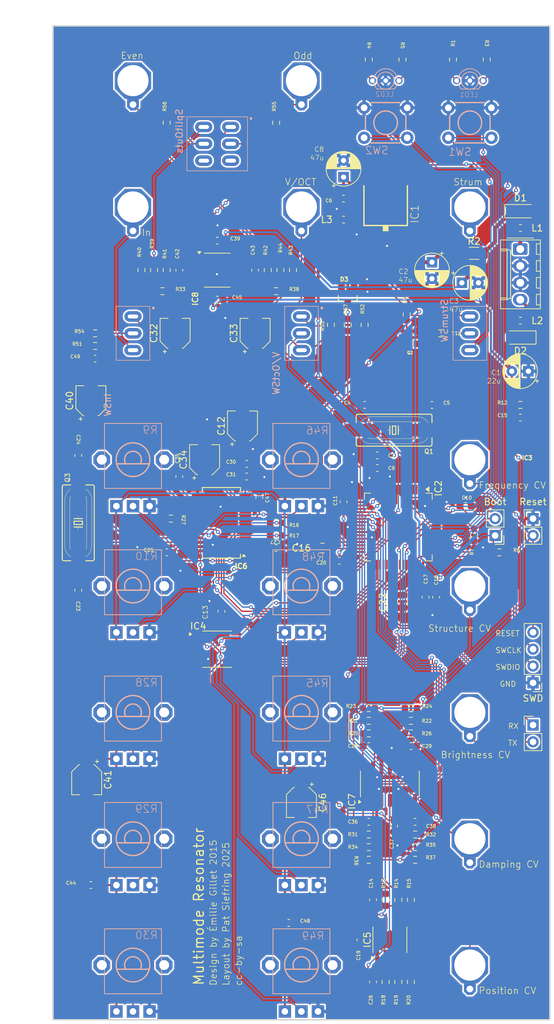
<source format=kicad_pcb>
(kicad_pcb (version 20240108) (generator "pcbnew") (generator_version "8.0")
  (layers (0 "F.Cu" signal) (31 "B.Cu" signal) (34 "B.Paste" user) (35 "F.Paste" user) (36 "B.SilkS" user "B.Silkscreen") (37 "F.SilkS" user "F.Silkscreen") (38 "B.Mask" user) (39 "F.Mask" user) (44 "Edge.Cuts" user))
  (net 0 "")
  (net 1 "GND")
  (net 2 "+3V3")
  (net 3 "N$7")
  (net 4 "N$8")
  (net 5 "BOOT_FLASH")
  (net 6 "RESET")
  (net 7 "RX")
  (net 8 "TX")
  (net 9 "JTDI")
  (net 10 "JTCK")
  (net 11 "JTMS")
  (net 12 "VBAT")
  (net 13 "N$13")
  (net 14 "N$19")
  (net 15 "I2S_SOUT")
  (net 16 "I2S_SCK")
  (net 17 "I2S_LRCK")
  (net 18 "JTDO")
  (net 19 "+3V3_A")
  (net 20 "I2C_SCL")
  (net 21 "I2C_SDA")
  (net 22 "I2S_SIN")
  (net 23 "N$1")
  (net 24 "N$2")
  (net 25 "BRIGHTNESS_CV")
  (net 26 "N$4")
  (net 27 "N$5")
  (net 28 "FM_CV")
  (net 29 "N$10")
  (net 30 "N$11")
  (net 31 "DAMP_CV")
  (net 32 "N$6")
  (net 33 "VCC")
  (net 34 "AREF_-10")
  (net 35 "VEE")
  (net 36 "N$56")
  (net 37 "N$64")
  (net 38 "N$15")
  (net 39 "IN_1")
  (net 40 "IN_2")
  (net 41 "N$17")
  (net 42 "N$18")
  (net 43 "N$21")
  (net 44 "N$23")
  (net 45 "N$25")
  (net 46 "N$28")
  (net 47 "N$29")
  (net 48 "N$31")
  (net 49 "N$32")
  (net 50 "N$33")
  (net 51 "N$34")
  (net 52 "GEOMETRY_CV")
  (net 53 "N$16")
  (net 54 "MAIN_OUT")
  (net 55 "AUX_OUT")
  (net 56 "N$39")
  (net 57 "SW_POLYPHONY")
  (net 58 "DAMP_ATT")
  (net 59 "GEOMETRY_ATT")
  (net 60 "BRIGHTNESS_POT")
  (net 61 "BRIGHTNESS_ATT")
  (net 62 "POSITION_ATT")
  (net 63 "FREQUENCY_POT")
  (net 64 "DAMP_POT")
  (net 65 "GEOMETRY_POT")
  (net 66 "POSITION_POT")
  (net 67 "N$3")
  (net 68 "N$14")
  (net 69 "V_OCT_CV")
  (net 70 "N$26")
  (net 71 "N$30")
  (net 72 "POSITION_CV")
  (net 73 "N$27")
  (net 74 "N$35")
  (net 75 "MUX_ADDR_0")
  (net 76 "MUX_ADDR_1")
  (net 77 "MUX_ADDR_2")
  (net 78 "MUXED_POTS")
  (net 79 "FREQUENCY_ATT")
  (net 80 "SW_MODE")
  (net 81 "N$40")
  (net 82 "N$43")
  (net 83 "N$12")
  (net 84 "N$22")
  (net 85 "N$44")
  (net 86 "N$37")
  (net 87 "N$41")
  (net 88 "N$42")
  (net 89 "N$45")
  (net 90 "N$46")
  (net 91 "STRUM")
  (net 92 "N$66")
  (net 93 "N$9")
  (net 94 "NORMALIZATION_PROBE")
  (net 95 "N$20")
  (net 96 "N$24")
  (net 97 "N$36")
  (net 98 "CV_NORMALIZATION")
  (net 99 "StrumJack")
  (net 100 "VOctIn")
  (net 101 "InputJack")
  (footprint "4URings:DBZ_R-PDSO-G3" (layer "F.Cu") (at 102.87 88.9 180)
    (property "Reference" "IC3")
    (property "Value" "LM4040B10")
  )
  (footprint "Library:BananaJackHookup" (layer "F.Cu") (at 95.25 53.975)
    (property "Reference" "REF**" (hide yes))
    (property "Value" "BananaJackHookup" (hide yes))
  )
  (footprint "4URings:HC49UP" (layer "F.Cu") (at 83.82 87.63)
    (property "Reference" "Q1")
    (property "Value" "8MHz")
  )
  (footprint "Resistor_SMD:R_0603_1608Metric_Pad0.98x0.95mm_HandSolder" (layer "F.Cu") (at 86.36 170.815 -90)
    (property "Reference" "R20")
    (property "Value" "120k")
  )
  (footprint "Capacitor_SMD:C_0603_1608Metric_Pad1.08x0.95mm_HandSolder" (layer "F.Cu") (at 80.01 146.685 180)
    (property "Reference" "C36")
    (property "Value" "10n")
  )
  (footprint "Resistor_SMD:R_0603_1608Metric_Pad0.98x0.95mm_HandSolder" (layer "F.Cu") (at 68.58 63.5 90)
    (property "Reference" "R43")
    (property "Value" "6.8k")
  )
  (footprint "Capacitor_SMD:C_0603_1608Metric_Pad1.08x0.95mm_HandSolder" (layer "F.Cu") (at 61.595 92.71)
    (property "Reference" "C30")
    (property "Value" "1u")
  )
  (footprint "Capacitor_SMD:C_0603_1608Metric_Pad1.08x0.95mm_HandSolder" (layer "F.Cu") (at 94.615 99.06)
    (property "Reference" "C10")
    (property "Value" "100n")
  )
  (footprint "Capacitor_SMD:C_0603_1608Metric_Pad1.08x0.95mm_HandSolder" (layer "F.Cu") (at 79.375 83.82)
    (property "Reference" "C4")
    (property "Value" "18p")
  )
  (footprint "Capacitor_SMD:C_0603_1608Metric_Pad1.08x0.95mm_HandSolder" (layer "F.Cu") (at 51.435 94.615 90)
    (property "Reference" "C35")
    (property "Value" "100n")
  )
  (footprint "Capacitor_SMD:C_0603_1608Metric_Pad1.08x0.95mm_HandSolder" (layer "F.Cu") (at 49.53 106.045 180)
    (property "Reference" "C25")
    (property "Value" "100n")
  )
  (footprint "Library:BananaJackHookup" (layer "F.Cu") (at 95.25 168.275)
    (property "Reference" "REF**" (hide yes))
    (property "Value" "BananaJackHookup" (hide yes))
  )
  (footprint "Capacitor_SMD:C_0603_1608Metric_Pad1.08x0.95mm_HandSolder" (layer "F.Cu") (at 38.735 76.835)
    (property "Reference" "C49")
    (property "Value" "220p")
  )
  (footprint "Resistor_SMD:R_0603_1608Metric_Pad0.98x0.95mm_HandSolder" (layer "F.Cu") (at 66.04 66.675)
    (property "Reference" "R38")
    (property "Value" "47k")
  )
  (footprint "Capacitor_SMD:C_0603_1608Metric_Pad1.08x0.95mm_HandSolder" (layer "F.Cu") (at 66.04 105.41)
    (property "Reference" "C27")
    (property "Value" "100n")
  )
  (footprint "Capacitor_SMD:C_0603_1608Metric_Pad1.08x0.95mm_HandSolder" (layer "F.Cu") (at 80.645 158.4325 90)
    (property "Reference" "C14")
    (property "Value" "2.2n")
  )
  (footprint "Resistor_SMD:R_0603_1608Metric_Pad0.98x0.95mm_HandSolder" (layer "F.Cu") (at 48.895 66.675 180)
    (property "Reference" "R33")
    (property "Value" "47k")
  )
  (footprint "Library:BananaJackHookup" (layer "F.Cu") (at 95.25 149.225)
    (property "Reference" "REF**" (hide yes))
    (property "Value" "BananaJackHookup" (hide yes))
  )
  (footprint "Resistor_SMD:R_1206_3216Metric" (layer "F.Cu") (at 95.885 60.96)
    (property "Reference" "R2")
    (property "Value" "4.7")
  )
  (footprint "Resistor_SMD:R_0603_1608Metric_Pad0.98x0.95mm_HandSolder" (layer "F.Cu") (at 86.995 148.59 180)
    (property "Reference" "R32")
    (property "Value" "20k")
  )
  (footprint "Capacitor_SMD:C_0603_1608Metric_Pad1.08x0.95mm_HandSolder" (layer "F.Cu") (at 102.87 85.725)
    (property "Reference" "C15")
    (property "Value" "100n")
  )
  (footprint "Capacitor_SMD:C_0603_1608Metric_Pad1.08x0.95mm_HandSolder" (layer "F.Cu") (at 57.15 67.945 180)
    (property "Reference" "C45")
    (property "Value" "100n")
  )
  (footprint "Capacitor_SMD:C_0603_1608Metric_Pad1.08x0.95mm_HandSolder" (layer "F.Cu") (at 89.535 83.82 180)
    (property "Reference" "C5")
    (property "Value" "18p")
  )
  (footprint "Library:BananaJackHookup" (layer "F.Cu") (at 95.25 111.125)
    (property "Reference" "REF**" (hide yes))
    (property "Value" "BananaJackHookup" (hide yes))
  )
  (footprint "Capacitor_SMD:C_0603_1608Metric_Pad1.08x0.95mm_HandSolder" (layer "F.Cu") (at 75.565 107.315 180)
    (property "Reference" "C20")
    (property "Value" "100n")
  )
  (footprint "Capacitor_SMD:C_0603_1608Metric_Pad1.08x0.95mm_HandSolder" (layer "F.Cu") (at 36.195 111.76 90)
    (property "Reference" "C23")
    (property "Value" "18p")
  )
  (footprint "Resistor_SMD:R_0603_1608Metric_Pad0.98x0.95mm_HandSolder" (layer "F.Cu") (at 86.36 158.4325 90)
    (property "Reference" "R15")
    (property "Value" "180k")
  )
  (footprint "Resistor_SMD:R_0603_1608Metric_Pad0.98x0.95mm_HandSolder" (layer "F.Cu") (at 64.77 63.5 -90)
    (property "Reference" "R42")
    (property "Value" "47k")
  )
  (footprint "Resistor_SMD:R_0603_1608Metric_Pad0.98x0.95mm_HandSolder" (layer "F.Cu") (at 86.36 133.35 180)
    (property "Reference" "R26")
    (property "Value" "20k")
  )
  (footprint "Resistor_SMD:R_0603_1608Metric_Pad0.98x0.95mm_HandSolder" (layer "F.Cu") (at 85.09 31.75 -90)
    (property "Reference" "R5")
    (property "Value" "180")
  )
  (footprint "Package_SO:SOIC-8_3.9x4.9mm_P1.27mm" (layer "F.Cu") (at 57.15 63.5)
    (property "Reference" "IC8")
    (property "Value" "TL072")
  )
  (footprint "Package_SO:SOIC-8_3.9x4.9mm_P1.27mm" (layer "F.Cu") (at 83.185 164.465 90)
    (property "Reference" "IC5")
    (property "Value" "MCP6002")
  )
  (footprint "Capacitor_SMD:C_0603_1608Metric_Pad1.08x0.95mm_HandSolder" (layer "F.Cu") (at 78.74 164.465 -90)
    (property "Reference" "C19")
    (property "Value" "100n")
  )
  (footprint "Capacitor_SMD:CP_Elec_4x5.4" (layer "F.Cu") (at 38.1 83.185 90)
    (property "Reference" "C40")
    (property "Value" "10u")
  )
  (footprint "Inductor_SMD:L_0603_1608Metric" (layer "F.Cu") (at 102.87 57.15)
    (property "Reference" "L1")
    (property "Value" "")
  )
  (footprint "Resistor_SMD:R_0603_1608Metric_Pad0.98x0.95mm_HandSolder" (layer "F.Cu") (at 38.735 74.93 180)
    (property "Reference" "R51")
    (property "Value" "6.8k")
  )
  (footprint "Library:BananaJackHookup" (layer "F.Cu") (at 44.45 53.975)
    (property "Reference" "REF**" (hide yes))
    (property "Value" "BananaJackHookup" (hide yes))
  )
  (footprint "Capacitor_SMD:C_0603_1608Metric_Pad1.08x0.95mm_HandSolder" (layer "F.Cu") (at 62.865 63.5 90)
    (property "Reference" "C43")
    (property "Value" "18p")
  )
  (footprint "4URings:SOT23" (layer "F.Cu") (at 76.835 67.48 180)
    (property "Reference" "D3")
    (property "Value" "BAT54S")
  )
  (footprint "Connector_PinHeader_2.54mm:PinHeader_1x02_P2.54mm_Vertical" (layer "F.Cu") (at 104.775 132.08)
    (property "Reference" "Boot" (hide yes))
    (property "Value" "PinHeader_1x02_P2.54mm_Vertical" (hide yes))
  )
  (footprint "Resistor_SMD:R_0603_1608Metric_Pad0.98x0.95mm_HandSolder" (layer "F.Cu") (at 84.455 158.4325 90)
    (property "Reference" "R14")
    (property "Value" "100k")
  )
  (footprint "Resistor_SMD:R_0603_1608Metric_Pad0.98x0.95mm_HandSolder" (layer "F.Cu") (at 86.36 129.54 180)
    (property "Reference" "R24")
    (property "Value" "120k")
  )
  (footprint "Resistor_SMD:R_0603_1608Metric_Pad0.98x0.95mm_HandSolder" (layer "F.Cu") (at 80.01 152.4)
    (property "Reference" "R36")
    (property "Value" "120k")
  )
  (footprint "Capacitor_SMD:C_0603_1608Metric_Pad1.08x0.95mm_HandSolder" (layer "F.Cu") (at 83.82 147.32 -90)
    (property "Reference" "C37")
    (property "Value" "100n")
  )
  (footprint "Capacitor_SMD:C_0603_1608Metric_Pad1.08x0.95mm_HandSolder" (layer "F.Cu") (at 57.15 59.055 180)
    (property "Reference" "C39")
    (property "Value" "100n")
  )
  (footprint "Capacitor_SMD:C_0603_1608Metric_Pad1.08x0.95mm_HandSolder" (layer "F.Cu") (at 80.645 170.815 -90)
    (property "Reference" "C26")
    (property "Value" "10n")
  )
  (footprint "Inductor_SMD:L_0603_1608Metric" (layer "F.Cu") (at 76.2 55.88 180)
    (property "Reference" "L3")
    (property "Value" "")
  )
  (footprint "Capacitor_SMD:C_0603_1608Metric_Pad1.08x0.95mm_HandSolder" (layer "F.Cu") (at 76.2 98.425 90)
    (property "Reference" "C11")
    (property "Value" "100n")
  )
  (footprint "Resistor_SMD:R_0603_1608Metric_Pad0.98x0.95mm_HandSolder" (layer "F.Cu") (at 80.01 131.445 180)
    (property "Reference" "R21")
    (property "Value" "100k")
  )
  (footprint "Resistor_SMD:R_0603_1608Metric_Pad0.98x0.95mm_HandSolder" (layer "F.Cu") (at 102.87 83.82 180)
    (property "Reference" "R12")
    (property "Value" "2.2k")
  )
  (footprint "Resistor_SMD:R_0603_1608Metric_Pad0.98x0.95mm_HandSolder" (layer "F.Cu") (at 95.885 103.425 90)
    (property "Reference" "R7")
    (property "Value" "10k")
  )
  (footprint "Diode_SMD:D_SOD-123" (layer "F.Cu") (at 102.87 54.61)
    (property "Reference" "D1")
    (property "Value" "1N5819HW")
  )
  (footprint "Resistor_SMD:R_0603_1608Metric_Pad0.98x0.95mm_HandSolder" (layer "F.Cu") (at 90.805 73.025 180)
    (property "Reference" "R11")
    (property "Value" "100k")
  )
  (footprint "Capacitor_SMD:C_0603_1608Metric_Pad1.08x0.95mm_HandSolder" (layer "F.Cu") (at 86.36 135.255)
    (property "Reference" "C29")
    (property "Value" "2.2n")
  )
  (footprint "Inductor_SMD:L_0603_1608Metric" (layer "F.Cu") (at 102.87 71.12)
    (property "Reference" "L2")
    (property "Value" "")
  )
  (footprint "Capacitor_SMD:C_0805_2012Metric" (layer "F.Cu") (at 73.025 105.41 180)
    (property "Reference" "C16")
    (property "Value" "2.2u")
  )
  (footprint "Connector_PinHeader_2.54mm:PinHeader_1x02_P2.54mm_Vertical" (layer "F.Cu") (at 104.775 100.96)
    (property "Reference" "Reset")
    (property "Value" "PinHeader_1x02_P2.54mm_Vertical" (hide yes))
  )
  (footprint "Connector_Molex:Molex_KK-254_AE-6410-04A_1x04_P2.54mm_Vertical" (layer "F.Cu") (at 102.85 60.325 -90)
    (property "Reference" "REF**" (hide yes))
    (property "Value" "Molex_KK-254_AE-6410-04A_1x04_P2.54mm_Vertical" (hide yes))
  )
  (footprint "Resistor_SMD:R_0603_1608Metric_Pad0.98x0.95mm_HandSolder" (layer "F.Cu") (at 85.725 70.1675 90)
    (property "Reference" "R8")
    (property "Value" "10k")
  )
  (footprint "Resistor_SMD:R_0603_1608Metric_Pad0.98x0.95mm_HandSolder" (layer "F.Cu") (at 50.165 100.965 180)
    (property "Reference" "R27")
    (property "Value" "36k")
  )
  (footprint "Resistor_SMD:R_0603_1608Metric_Pad0.98x0.95mm_HandSolder" (layer "F.Cu") (at 99.695 106.045 180)
    (property "Reference" "R6")
    (property "Value" "10k")
  )
  (footprint "Resistor_SMD:R_0603_1608Metric_Pad0.98x0.95mm_HandSolder" (layer "F.Cu") (at 86.995 152.4 180)
    (property "Reference" "R37")
    (property "Value" "120k")
  )
  (footprint "Package_SO:SOIC-14_3.9x8.7mm_P1.27mm" (layer "F.Cu") (at 83.185 140.97 90)
    (property "Reference" "IC7")
    (property "Value" "MCP6004")
  )
  (footprint "Resistor_SMD:R_0603_1608Metric_Pad0.98x0.95mm_HandSolder" (layer "F.Cu") (at 76.835 71.755 -90)
    (property "Reference" "R57")
    (property "Value" "470k")
  )
  (footprint "Capacitor_SMD:CP_Elec_4x5.4" (layer "F.Cu") (at 50.8 73.025 90)
    (property "Reference" "C32")
    (property "Value" "10u")
  )
  (footprint "Resistor_SMD:R_0603_1608Metric_Pad0.98x0.95mm_HandSolder" (layer "F.Cu") (at 66.04 41.275 -90)
    (property "Reference" "R55")
    (property "Value" "1.0k")
  )
  (footprint "Resistor_SMD:R_0603_1608Metric_Pad0.98x0.95mm_HandSolder" (layer "F.Cu") (at 74.295 71.755 -90)
    (property "Reference" "R53")
    (property "Value" "1M")
  )
  (footprint "Capacitor_SMD:C_0603_1608Metric_Pad1.08x0.95mm_HandSolder" (layer "F.Cu") (at 38.1 156.21 180)
    (property "Reference" "C44")
    (property "Value" "100n")
  )
  (footprint "Resistor_SMD:R_0603_1608Metric_Pad0.98x0.95mm_HandSolder" (layer "F.Cu") (at 80.01 148.59)
    (property "Reference" "R31")
    (property "Value" "20k")
  )
  (footprint "Resistor_SMD:R_0603_1608Metric_Pad0.98x0.95mm_HandSolder" (layer "F.Cu") (at 38.735 73.025)
    (property "Reference" "R54")
    (property "Value" "36k")
  )
  (footprint "Resistor_SMD:R_0603_1608Metric_Pad0.98x0.95mm_HandSolder" (layer "F.Cu") (at 97.79 31.75 -90)
    (property "Reference" "R3")
    (property "Value" "180")
  )
  (footprint "Capacitor_SMD:CP_Elec_4x5.4" (layer "F.Cu") (at 62.865 73.025 90)
    (property "Reference" "C33")
    (property "Value" "10u")
  )
  (footprint "Resistor_SMD:R_0603_1608Metric_Pad0.98x0.95mm_HandSolder" (layer "F.Cu") (at 80.01 150.495 180)
    (property "Reference" "R34")
    (property "Value" "100k")
  )
  (footprint "Capacitor_SMD:C_0805_2012Metric" (layer "F.Cu") (at 85.09 113.45 -90)
    (property "Reference" "C22")
    (property "Value" "2.2u")
  )
  (footprint "Capacitor_SMD:CP_Elec_4x5.4" (layer "F.Cu") (at 55.245 92.075 90)
    (property "Reference" "C34")
    (property "Value" "10u")
  )
  (footprint "Capacitor_THT:CP_Radial_D5.0mm_P2.50mm" (layer "F.Cu") (at 94.044887 65.405)
    (property "Reference" "C3")
    (property "Value" "47u")
  )
  (footprint "Capacitor_SMD:C_0603_1608Metric_Pad1.08x0.95mm_HandSolder" (layer "F.Cu") (at 51.435 63.5 90)
    (property "Reference" "C42")
    (property "Value" "18p")
  )
  (footprint "Capacitor_SMD:C_0603_1608Metric_Pad1.08x0.95mm_HandSolder" (layer "F.Cu") (at 63.5 97.79 90)
    (property "Reference" "C47")
    (property "Value" "100n")
  )
  (footprint "Library:BananaJackHookup" (layer "F.Cu") (at 69.85 34.925)
    (property "Reference" "REF**" (hide yes))
    (property "Value" "BananaJackHookup" (hide yes))
  )
  (footprint "Package_SO:TSSOP-16_4.4x5mm_P0.65mm" (layer "F.Cu") (at 57.15 120.65)
    (property "Reference" "IC4")
    (property "Value" "4051PW")
  )
  (footprint "Resistor_SMD:R_0603_1608Metric_Pad0.98x0.95mm_HandSolder" (layer "F.Cu") (at 92.71 31.75 -90)
    (property "Reference" "R1")
    (property "Value" "180")
  )
  (footprint "Resistor_SMD:R_0603_1608Metric_Pad0.98x0.95mm_HandSolder" (layer "F.Cu") (at 66.04 103.505 180)
    (property "Reference" "R17")
    (property "Value" "2.2k")
  )
  (footprint "Capacitor_SMD:C_0603_1608Metric_Pad1.08x0.95mm_HandSolder" (layer "F.Cu") (at 67.945 161.925)
    (property "Reference" "C48")
    (property "Value" "100n")
  )
  (footprint "Resistor_SMD:R_0603_1608Metric_Pad0.98x0.95mm_HandSolder" (layer "F.Cu") (at 86.995 150.495)
    (property "Reference" "R35")
    (property "Value" "100k")
  )
  (footprint "Resistor_SMD:R_0603_1608Metric_Pad0.98x0.95mm_HandSolder" (layer "F.Cu") (at 47.625 63.5 90)
    (property "Reference" "R39")
    (property "Value" "47k")
  )
  (footprint "Capacitor_SMD:C_0603_1608Metric_Pad1.08x0.95mm_HandSolder" (layer "F.Cu") (at 57.785 114.935 90)
    (property "Reference" "C13")
    (property "Value" "100n")
  )
  (footprint "Resistor_SMD:R_0603_1608Metric_Pad0.98x0.95mm_HandSolder" (layer "F.Cu") (at 80.01 31.75 -90)
    (property "Reference" "R4")
    (property "Value" "180")
  )
  (footprint "Connector_PinHeader_2.54mm:PinHeader_1x02_P2.54mm_Vertical" (layer "F.Cu") (at 99.06 103.51 180)
    (property "Reference" "Boot")
    (property "Value" "PinHeader_1x02_P2.54mm_Vertical" (hide yes))
  )
  (footprint "Library:BananaJackHookup" (layer "F.Cu") (at 95.25 92.075)
    (property "Reference" "REF**" (hide yes))
    (property "Value" "BananaJackHookup" (hide yes))
  )
  (footprint "Resistor_SMD:R_0603_1608Metric_Pad0.98x0.95mm_HandSolder" (layer "F.Cu") (at 80.01 129.54)
    (property "Reference" "R23")
    (property "Value" "120k")
  )
  (footprint "Diode_SMD:D_SOD-123" (layer "F.Cu") (at 102.87 73.66 180)
    (property "Reference" "D2")
    (property "Value" "1N5819HW")
  )
  (footprint "Capacitor_THT:CP_Radial_D5.0mm_P2.50mm" (layer "F.Cu") (at 76.2 49.465112 90)
    (property "Reference" "C8")
    (property "Value" "47u")
  )
  (footprint "Capacitor_SMD:C_0603_1608Metric_Pad1.08x0.95mm_HandSolder" (layer "F.Cu") (at 61.595 94.615)
    (property "Reference" "C31")
    (property "Value" "100n")
  )
  (footprint "Capacitor_SMD:C_0603_1608Metric_Pad1.08x0.95mm_HandSolder" (layer "F.Cu") (at 90.17 112.815 -90)
    (property "Reference" "C18")
    (property "Value" "1u")
  )
  (footprint "Capacitor_SMD:CP_Elec_4x5.4" (layer "F.Cu") (at 60.96 86.995 90)
    (property "Reference" "C12")
    (property "Value" "10u")
  )
  (footprint "Package_SO:SSOP-28_5.3x10.2mm_P0.65mm" (layer "F.Cu") (at 57.785 101.6 180)
    (property "Reference" "IC6")
    (property "Value" "WM8731")
  )
  (footprint "Capacitor_SMD:C_0603_1608Metric_Pad1.08x0.95mm_HandSolder" (layer "F.Cu") (at 81.28 91.44 180)
    (property "Reference" "C7")
    (property "Value" "1u")
  )
  (footprint "Resistor_SMD:R_0603_1608Metric_Pad0.98x0.95mm_HandSolder" (layer "F.Cu") (at 66.675 63.5 90)
    (property "Reference" "R44")
    (property "Value" "47k")
  )
  (footprint "Capacitor_SMD:CP_Elec_4x5.4" (layer "F.Cu") (at 69.85 143.765 -90)
    (property "Reference" "C46")
    (property "Value" "10u")
  )
  (footprint "Capacitor_SMD:C_0603_1608Metric_Pad1.08x0.95mm_HandSolder" (layer "F.Cu") (at 76.2 52.705 180)
    (property "Reference" "C6")
    (property "Value" "100n")
  )
  (footprint "Package_QFP:TQFP-64_10x10mm_P0.5mm" (layer "F.Cu") (at 84.455 102.235 -90)
    (property "Reference" "IC2")
    (property "Value" "STM32F405RGT6")
  )
  (footprint "Resistor_SMD:R_0603_1608Metric_Pad0.98x0.95mm_HandSolder" (layer "F.Cu") (at 82.55 158.4325 -90)
    (property "Reference" "R13")
    (property "Value" "47k")
  )
  (footprint "Resistor_SMD:R_0603_1608Metric_Pad0.98x0.95mm_HandSolder" (layer "F.Cu") (at 49.53 41.275 -90)
    (property "Reference" "R56")
    (property "Value" "1.0k")
  )
  (footprint "Library:BananaJackHookup" (layer "F.Cu") (at 44.45 34.925)
    (property "Reference" "REF**" (hide yes))
    (property "Value" "BananaJackHookup" (hide yes))
  )
  (footprint "Capacitor_SMD:CP_Elec_4x5.4" (layer "F.Cu") (at 37.465 140.335 -90)
    (property "Reference" "C41")
    (property "Value" "10u")
  )
  (footprint "Capacitor_SMD:C_0603_1608Metric_Pad1.08x0.95mm_HandSolder" (layer "F.Cu") (at 86.995 146.685)
    (property "Reference" "C38")
    (property "Value" "10n")
  )
  (footprint "4URings:SOT23-BEC" (layer "F.Cu") (at 86.36 73.66 90)
    (property "Reference" "Q2")
    (property "Value" "MMBT3904")
  )
  (footprint "Capacitor_THT:CP_Radial_D5.0mm_P2.50mm" (layer "F.Cu") (at 89.535 62.294888 -90)
    (property "Reference" "C2")
    (property "Value" "47u")
  )
  (footprint "Resistor_SMD:R_0603_1608Metric_Pad0.98x0.95mm_HandSolder" (layer "F.Cu") (at 84.455 170.815 -90)
    (property "Reference" "R19")
    (property "Value" "100k")
  )
  (footprint "Capacitor_SMD:C_0603_1608Metric_Pad1.08x0.95mm_HandSolder" (layer "F.Cu") (at 88.5825 112.815 -90)
    (property "Reference" "C17")
    (property "Value" "100n")
  )
  (footprint "Resistor_SMD:R_0603_1608Metric_Pad0.98x0.95mm_HandSolder" (layer "F.Cu") (at 66.04 101.6 180)
    (property "Reference" "R16")
    (property "Value" "2.2k")
  )
  (footprint "Resistor_SMD:R_0603_1608Metric_Pad0.98x0.95mm_HandSolder" (layer "F.Cu") (at 49.53 63.5 -90)
    (property "Reference" "R41")
    (property "Value" "47k")
  )
  (footprint "4URings:TO252" (layer "F.Cu") (at 82.55 54.61)
    (property "Reference" "IC1")
    (property "Value" "LM1117-3.3")
  )
  (footprint "Resistor_SMD:R_0603_1608Metric_Pad0.98x0.95mm_HandSolder" (layer "F.Cu") (at 82.55 170.815 90)
    (property "Reference" "R18")
    (property "Value" "20k")
  )
  (footprint "Resistor_SMD:R_0603_1608Metric_Pad0.98x0.95mm_HandSolder" (layer "F.Cu") (at 86.36 131.445)
    (property "Reference" "R22")
    (property "Value" "100k")
  )
  (footprint "Resistor_SMD:R_0603_1608Metric_Pad0.98x0.95mm_HandSolder" (layer "F.Cu") (at 80.01 133.35)
    (property "Reference" "R25")
    (property "Value" "20k")
  )
  (footprint "Capacitor_SMD:C_0603_1608Metric_Pad1.08x0.95mm_HandSolder" (layer "F.Cu") (at 80.01 135.255 180)
    (property "Reference" "C28")
    (property "Value" "10n")
  )
  (footprint "Resistor_SMD:R_0603_1608Metric_Pad0.98x0.95mm_HandSolder" (layer "F.Cu") (at 79.375 71.755 -90)
    (property "Reference" "R52")
    (property "Value" "100k")
  )
  (footprint "Library:BananaJackHookup" (layer "F.Cu") (at 69.85 53.975)
    (property "Reference" "REF**" (hide yes))
    (property "Value" "BananaJackHookup" (hide yes))
  )
  (footprint "4URings:HC49UP" (layer "F.Cu") (at 36.195 101.6 90)
    (property "Reference" "Q3")
    (property "Value" "12.288MHz")
  )
  (footprint "Connector_PinHeader_2.54mm:PinHeader_1x04_P2.54mm_Vertical" (layer "F.Cu") (at 104.775 125.72 180)
    (property "Reference" "SWD")
    (property "Value" "PinHeader_1x04_P2.54mm_Vertical" (hide yes))
  )
  (footprint "Library:BananaJackHookup" (layer "F.Cu") (at 95.25 130.175)
    (property "Reference" "REF**" (hide yes))
    (property "Value" "BananaJackHookup" (hide yes))
  )
  (footprint "Resistor_SMD:R_0603_1608Metric_Pad0.98x0.95mm_HandSolder" (layer "F.Cu") (at 45.72 63.5 90)
    (property "Reference" "R40")
    (property "Value" "6.8k")
  )
  (footprint "Capacitor_THT:CP_Radial_D5.0mm_P2.50mm" (layer "F.Cu") (at 104.075112 78.74 180)
    (property "Reference" "C1")
    (property "Value" "22u")
  )
  (footprint "Capacitor_SMD:C_0603_1608Metric_Pad1.08x0.95mm_HandSolder" (layer "F.Cu") (at 36.195 91.44 -90)
    (property "Reference" "C24")
    (property "Value" "18p")
  )
  (footprint "Capacitor_SMD:C_0603_1608Metric_Pad1.08x0.95mm_HandSolder" (layer "F.Cu") (at 81.28 93.345 180)
    (property "Reference" "C9")
    (property "Value" "100n")
  )
  (footprint "4URings:ALPS_POT_VERTICAL_PS" (layer "B.Cu") (at 44.45 111.125)
    (property "Reference" "R10")
    (property "Value" "10kB")
  )
  (footprint "4URings:ALPS_POT_VERTICAL_PS" (layer "B.Cu") (at 44.45 149.225)
    (property "Reference" "R29")
    (property "Value" "10kB")
  )
  (footprint "4URings:LED-BICOLOR-THROUGHHOLE" (layer "B.Cu") (at 95.25 34.925 180)
    (property "Reference" "LED1")
    (property "Value" "WP115VEGW" (hide yes))
  )
  (footprint "4URings:ALPS_POT_VERTICAL_PS" (layer "B.Cu") (at 69.85 111.125)
    (property "Reference" "R48")
    (property "Value" "10kB")
  )
  (footprint "Library:SubMiniSwitch2.54mm" (layer "B.Cu") (at 44.45 73.025 -90)
    (property "Reference" "InSW")
    (property "Value" "SubMiniSPDT2.54mm")
  )
  (footprint "Library:SubMiniSwitchDPDT2.54mm" (layer "B.Cu") (at 57.15 44.45 -90)
    (property "Reference" "SplitOuts")
    (property "Value" "SubMiniDPDT2.54mm")
  )
  (footprint "Library:SubMiniSwitch2.54mm" (layer "B.Cu") (at 95.25 73.025 -90)
    (property "Reference" "StrumSW")
    (property "Value" "SubMiniSPDT2.54mm")
  )
  (footprint "4URings:ALPS_POT_VERTICAL_PS" (layer "B.Cu") (at 69.85 168.275)
    (property "Reference" "R49")
    (property "Value" "10kB")
  )
  (footprint "Library:SubMiniSwitch2.54mm" (layer "B.Cu") (at 69.85 73.025 -90)
    (property "Reference" "V/OctSW")
    (property "Value" "SubMiniSPDT2.54mm")
  )
  (footprint "4URings:ALPS_POT_VERTICAL_PS" (layer "B.Cu") (at 44.45 92.075)
    (property "Reference" "R9")
    (property "Value" "10kB")
  )
  (footprint "4URings:LED-BICOLOR-THROUGHHOLE" (layer "B.Cu") (at 82.55 34.925 180)
    (property "Reference" "LED2")
    (property "Value" "WP115VEGW" (hide yes))
  )
  (footprint "4URings:ALPS_POT_VERTICAL_PS" (layer "B.Cu") (at 69.85 130.175)
    (property "Reference" "R45")
    (property "Value" "10kB")
  )
  (footprint "4URings:TACTILE-PTH" (layer "B.Cu") (at 82.55 41.275 180)
    (property "Reference" "SW2")
    (property "Value" "" (hide yes))
  )
  (footprint "4URings:ALPS_POT_VERTICAL_PS" (layer "B.Cu") (at 69.85 149.225)
    (property "Reference" "R47")
    (property "Value" "10kB")
  )
  (footprint "4URings:ALPS_POT_VERTICAL_PS" (layer "B.Cu") (at 69.85 92.075)
    (property "Reference" "R46")
    (property "Value" "10kB")
  )
  (footprint "4URings:TACTILE-PTH" (layer "B.Cu") (at 95.25 41.275 180)
    (property "Reference" "SW1")
    (property "Value" "" (hide yes))
  )
  (footprint "4URings:ALPS_POT_VERTICAL_PS" (layer "B.Cu") (at 44.45 130.175)
    (property "Reference" "R28")
    (property "Value" "10kB")
  )
  (footprint "4URings:ALPS_POT_VERTICAL_PS" (layer "B.Cu") (at 44.45 168.275)
    (property "Reference" "R30")
    (property "Value" "10kB")
  )
  (gr_rect (start 32.385 26.67) (end 107.315 176.53) (stroke (width 0.2)) (fill none) (layer "Edge.Cuts"))
  (gr_text "SWCLK" (at 99.06 121.285 0) (layer "F.SilkS") (effects (font (size 0.8 0.8) (thickness 0.1)) (justify left bottom)))
  (gr_text "TX" (at 100.965 135.255 0) (layer "F.SilkS") (effects (font (size 0.8 0.8) (thickness 0.1)) (justify left bottom)))
  (gr_text "cc-by-sa" (at 60.96 171.45 90) (layer "F.SilkS") (effects (font (size 1 1) (thickness 0.1)) (justify left bottom)))
  (gr_text "RX" (at 100.965 132.715 0) (layer "F.SilkS") (effects (font (size 0.8 0.8) (thickness 0.1)) (justify left bottom)))
  (gr_text "GND" (at 99.695 126.365 0) (layer "F.SilkS") (effects (font (size 0.8 0.8) (thickness 0.1)) (justify left bottom)))
  (gr_text "Layout by Pat Siefring 2025" (at 59.055 171.45 90) (layer "F.SilkS") (effects (font (size 1 1) (thickness 0.1)) (justify left bottom)))
  (gr_text "Design by Émilie Gillet 2015" (at 57.15 171.45 90) (layer "F.SilkS") (effects (font (size 1 1) (thickness 0.1)) (justify left bottom)))
  (gr_text "RESET" (at 99.06 118.745 0) (layer "F.SilkS") (effects (font (size 0.8 0.8) (thickness 0.1)) (justify left bottom)))
  (gr_text "Multimode Resonator" (at 55.245 171.45 90) (layer "F.SilkS") (effects (font (size 1.5 1.5) (thickness 0.1875)) (justify left bottom)))
  (gr_text "SWDIO" (at 99.06 123.825 0) (layer "F.SilkS") (effects (font (size 0.8 0.8) (thickness 0.1)) (justify left bottom)))
  (via (at 82.7532 59.8424) (size 0.6) (drill 0.3) (layers "F.Cu" "B.Cu") (net 1))
  (via (at 83.4644 135.5344) (size 0.6) (drill 0.3) (layers "F.Cu" "B.Cu") (net 1))
  (via (at 57.658 99.1616) (size 0.6) (drill 0.3) (layers "F.Cu" "B.Cu") (net 1))
  (via (at 79.8068 66.7512) (size 0.6) (drill 0.3) (layers "F.Cu" "B.Cu") (net 1))
  (via (at 94.5896 97.79) (size 0.6) (drill 0.3) (layers "F.Cu" "B.Cu") (net 1))
  (via (at 78.1812 58.1152) (size 0.6) (drill 0.3) (layers "F.Cu" "B.Cu") (net 1))
  (via (at 69.215 104.775) (size 0.6) (drill 0.3) (layers "F.Cu" "B.Cu") (net 1))
  (via (at 84.4804 141.732) (size 0.6) (drill 0.3) (layers "F.Cu" "B.Cu") (net 1))
  (via (at 85.09 139.9032) (size 0.6) (drill 0.3) (layers "F.Cu" "B.Cu") (net 1))
  (via (at 81.534 141.732) (size 0.6) (drill 0.3) (layers "F.Cu" "B.Cu") (net 1))
  (via (at 81.28 139.954) (size 0.6) (drill 0.3) (layers "F.Cu" "B.Cu") (net 1))
  (via (at 51.6128 108.8136) (size 0.6) (drill 0.3) (layers "F.Cu" "B.Cu") (net 1))
  (via (at 55.9816 113.3856) (size 0.6) (drill 0.3) (layers "F.Cu" "B.Cu") (net 1))
  (via (at 58.3692 70.7136) (size 0.6) (drill 0.3) (layers "F.Cu" "B.Cu") (net 1))
  (via (at 56.4896 104.902) (size 0.6) (drill 0.3) (layers "F.Cu" "B.Cu") (net 1))
  (via (at 76.835 102.235) (size 0.6) (drill 0.3) (layers "F.Cu" "B.Cu") (net 1))
  (via (at 57.0992 64.1096) (size 0.6) (drill 0.3) (layers "F.Cu" "B.Cu") (net 1))
  (via (at 84.328 150.241) (size 0.6) (drill 0.3) (layers "F.Cu" "B.Cu") (net 1))
  (via (at 77.724 91.2368) (size 0.6) (drill 0.3) (layers "F.Cu" "B.Cu") (net 1))
  (via (at 57.2008 56.7436) (size 0.6) (drill 0.3) (layers "F.Cu" "B.Cu") (net 1))
  (via (at 80.4672 103.7844) (size 0.6) (drill 0.3) (layers "F.Cu" "B.Cu") (net 1))
  (via (at 83.185 94.615) (size 0.6) (drill 0.3) (layers "F.Cu" "B.Cu") (net 1))
  (via (at 91.7448 98.4504) (size 0.6) (drill 0.3) (layers "F.Cu" "B.Cu") (net 1))
  (via (at 79.756 64.8716) (size 0.6) (drill 0.3) (layers "F.Cu" "B.Cu") (net 1))
  (via (at 75.184 54.2544) (size 0.6) (drill 0.3) (layers "F.Cu" "B.Cu") (net 1))
  (via (at 64.262 94.6912) (size 0.6) (drill 0.3) (layers "F.Cu" "B.Cu") (net 1))
  (via (at 97.2312 105.3084) (size 0.6) (drill 0.3) (layers "F.Cu" "B.Cu") (net 1))
  (via (at 77.47 95.4532) (size 0.6) (drill 0.3) (layers "F.Cu" "B.Cu") (net 1))
  (via (at 55.7784 122.1232) (size 0.6) (drill 0.3) (layers "F.Cu" "B.Cu") (net 1))
  (via (at 80.1116 94.8436) (size 0.6) (drill 0.3) (layers "F.Cu" "B.Cu") (net 1))
  (via (at 45.1104 105.2576) (size 0.6) (drill 0.3) (layers "F.Cu" "B.Cu") (net 1))
  (via (at 62.5348 90.4748) (size 0.6) (drill 0.3) (layers "F.Cu" "B.Cu") (net 1))
  (via (at 88.4936 99.06) (size 0.6) (drill 0.3) (layers "F.Cu" "B.Cu") (net 1))
  (via (at 55.626 86.0044) (size 0.6) (drill 0.3) (layers "F.Cu" "B.Cu") (net 1))
  (via (at 89.6112 115.5192) (size 0.6) (drill 0.3) (layers "F.Cu" "B.Cu") (net 1))
  (segment (start 56.4516 107.315) (end 51.6625 107.315) (width 0.2) (layer "F.Cu") (net 2))
  (segment (start 95.0225 100.33) (end 97.630024 100.33) (width 0.2) (layer "F.Cu") (net 2))
  (segment (start 77.0625 52.705) (end 77.0625 52.9325) (width 0.4) (layer "F.Cu") (net 2))
  (segment (start 90.17 111.9525) (end 88.5825 111.9525) (width 0.2) (layer "F.Cu") (net 2))
  (segment (start 80.01 77.47) (end 72.9522 84.5278) (width 0.3) (layer "F.Cu") (net 2))
  (segment (start 76.2 51.8425) (end 77.0625 52.705) (width 0.4) (layer "F.Cu") (net 2))
  (segment (start 98.7825 106.045) (end 98.7825 103.7875) (width 0.2) (layer "F.Cu") (net 2))
  (segment (start 65.9697 100.7578) (end 65.1275 101.6) (width 0.3) (layer "F.Cu") (net 2))
  (segment (start 65.1275 103.505) (end 65.1275 105.36) (width 0.2) (layer "F.Cu") (net 2))
  (segment (start 76.2 99.2875) (end 76.2 100.965) (width 0.3) (layer "F.Cu") (net 2))
  (segment (start 72.9522 84.5278) (end 72.9522 96.0397) (width 0.3) (layer "F.Cu") (net 2))
  (segment (start 76.4275 107.0875) (end 76.4275 107.315) (width 0.2) (layer "F.Cu") (net 2))
  (segment (start 88.205 111.575) (end 88.5825 111.9525) (width 0.2) (layer "F.Cu") (net 2))
  (segment (start 100.172475 99.695) (end 100.965 100.487525) (width 0.2) (layer "F.Cu") (net 2))
  (segment (start 75.885 66.38) (end 75.885 56.9825) (width 0.2) (layer "F.Cu") (net 2))
  (segment (start 97.630024 100.33) (end 98.265024 99.695) (width 0.2) (layer "F.Cu") (net 2))
  (segment (start 83.8278 67.3578) (end 76.8628 67.3578) (width 0.2) (layer "F.Cu") (net 2))
  (segment (start 51.2625 105.175) (end 54.185 105.175) (width 0.2) (layer "F.Cu") (net 2))
  (segment (start 90.17 110.49) (end 90.805 109.855) (width 0.2) (layer "F.Cu") (net 2))
  (segment (start 72.9522 96.0397) (end 76.2 99.2875) (width 0.3) (layer "F.Cu") (net 2))
  (segment (start 78.7925 105.985) (end 77.53 105.985) (width 0.2) (layer "F.Cu") (net 2))
  (segment (start 76.2 99.2875) (end 76.2 99.695) (width 0.3) (layer "F.Cu") (net 2))
  (segment (start 78.7925 99.485) (end 76.677 99.485) (width 0.2) (layer "F.Cu") (net 2))
  (segment (start 85.725 69.255) (end 83.8278 67.3578) (width 0.2) (layer "F.Cu") (net 2))
  (segment (start 75.565 106.4525) (end 76.4275 107.315) (width 0.3) (layer "F.Cu") (net 2))
  (segment (start 65.1775 105.41) (end 63.2725 107.315) (width 0.2) (layer "F.Cu") (net 2))
  (segment (start 75.885 56.9825) (end 76.9875 55.88) (width 0.2) (layer "F.Cu") (net 2))
  (segment (start 87.5169 69.7369) (end 76.9875 59.2075) (width 0.3) (layer "F.Cu") (net 2))
  (segment (start 65.1275 105.36) (end 65.1775 105.41) (width 0.2) (layer "F.Cu") (net 2))
  (segment (start 50.3925 106.045) (end 51.2625 105.175) (width 0.2) (layer "F.Cu") (net 2))
  (segment (start 76.9875 53.0075) (end 76.9875 55.88) (width 0.4) (layer "F.Cu") (net 2))
  (segment (start 77.53 105.985) (end 76.4275 107.0875) (width 0.2) (layer "F.Cu") (net 2))
  (segment (start 78.844888 52.11) (end 76.2 49.465112) (width 0.4) (layer "F.Cu") (net 2))
  (segment (start 90.8125 97.79) (end 90.1175 98.485) (width 0.2) (layer "F.Cu") (net 2))
  (segment (start 75.1372 100.7578) (end 65.9697 100.7578) (width 0.3) (layer "F.Cu") (net 2))
  (segment (start 92.4825 97.79) (end 90.8125 97.79) (width 0.2) (layer "F.Cu") (net 2))
  (segment (start 88.205 107.8975) (end 88.205 111.575) (width 0.2) (layer "F.Cu") (net 2))
  (segment (start 77.0625 52.9325) (end 76.9875 53.0075) (width 0.4) (layer "F.Cu") (net 2))
  (segment (start 76.677 99.485) (end 76.5176 99.3256) (width 0.2) (layer "F.Cu") (net 2))
  (segment (start 76.9875 59.2075) (end 76.9875 55.88) (width 0.3) (layer "F.Cu") (net 2))
  (segment (start 82.55 52.11) (end 78.844888 52.11) (width 0.4) (layer "F.Cu") (net 2))
  (segment (start 98.265024 99.695) (end 100.172475 99.695) (width 0.2) (layer "F.Cu") (net 2))
  (segment (start 51.6625 107.315) (end 50.3925 106.045) (width 0.2) (layer "F.Cu") (net 2))
  (segment (start 76.2 49.465112) (end 76.2 51.8425) (width 0.4) (layer "F.Cu") (net 2))
  (segment (start 90.17 111.9525) (end 90.17 110.49) (width 0.2) (layer "F.Cu") (net 2))
  (segment (start 75.565 106.0628) (end 75.565 106.4525) (width 0.3) (layer "F.Cu") (net 2))
  (segment (start 93.7525 99.06) (end 95.0225 100.33) (width 0.2) (layer "F.Cu") (net 2))
  (segment (start 65.1775 105.41) (end 64.7625 105.825) (width 0.2) (layer "F.Cu") (net 2))
  (segment (start 98.7825 103.7875) (end 99.06 103.51) (width 0.2) (layer "F.Cu") (net 2))
  (segment (start 76.8628 67.3578) (end 75.885 66.38) (width 0.2) (layer "F.Cu") (net 2))
  (segment (start 76.2 99.695) (end 75.1372 100.7578) (width 0.3) (layer "F.Cu") (net 2))
  (segment (start 63.2725 107.315) (end 59.055 107.315) (width 0.2) (layer "F.Cu") (net 2))
  (segment (start 65.1275 101.6) (end 65.1275 103.505) (width 0.2) (layer "F.Cu") (net 2))
  (segment (start 64.7625 105.825) (end 61.385 105.825) (width 0.2) (layer "F.Cu") (net 2))
  (segment (start 87.63 69.7369) (end 87.5169 69.7369) (width 0.3) (layer "F.Cu") (net 2))
  (segment (start 100.965 100.487525) (end 100.965 101.605) (width 0.2) (layer "F.Cu") (net 2))
  (segment (start 100.965 101.605) (end 99.06 103.51) (width 0.2) (layer "F.Cu") (net 2))
  (segment (start 93.7525 99.06) (end 92.4825 97.79) (width 0.2) (layer "F.Cu") (net 2))
  (via (at 80.01 77.47) (size 0.6) (drill 0.3) (layers "F.Cu" "B.Cu") (net 2))
  (via (at 59.055 107.315) (size 0.6) (drill 0.3) (layers "F.Cu" "B.Cu") (net 2))
  (via (at 75.565 106.0628) (size 0.6) (drill 0.3) (layers "F.Cu" "B.Cu") (net 2))
  (via (at 87.63 69.7369) (size 0.6) (drill 0.3) (layers "F.Cu" "B.Cu") (net 2))
  (via (at 56.4516 107.315) (size 0.6) (drill 0.3) (layers "F.Cu" "B.Cu") (net 2))
  (via (at 76.2 100.965) (size 0.6) (drill 0.3) (layers "F.Cu" "B.Cu") (net 2))
  (via (at 90.805 109.855) (size 0.6) (drill 0.3) (layers "F.Cu" "B.Cu") (net 2))
  (segment (start 87.0204 100.7872) (end 87.63 101.3968) (width 0.3) (layer "B.Cu") (net 2))
  (segment (start 87.63 101.3968) (end 87.63 106.68) (width 0.3) (layer "B.Cu") (net 2))
  (segment (start 76.2 105.4278) (end 75.565 106.0628) (width 0.3) (layer "B.Cu") (net 2))
  (segment (start 87.63 69.7369) (end 80.01 77.3569) (width 0.3) (layer "B.Cu") (net 2))
  (segment (start 76.2 100.965) (end 76.2 105.4278) (width 0.3) (layer "B.Cu") (net 2))
  (segment (start 80.01 77.3569) (end 80.01 77.47) (width 0.3) (layer "B.Cu") (net 2))
  (segment (start 87.63 106.68) (end 90.805 109.855) (width 0.3) (layer "B.Cu") (net 2))
  (segment (start 87.0204 70.3465) (end 87.0204 100.7872) (width 0.3) (layer "B.Cu") (net 2))
  (segment (start 87.63 69.7369) (end 87.0204 70.3465) (width 0.3) (layer "B.Cu") (net 2))
  (segment (start 90.805 109.855) (end 97.15 103.51) (width 0.2) (layer "B.Cu") (net 2))
  (segment (start 59.055 107.315) (end 56.4516 107.315) (width 0.2) (layer "B.Cu") (net 2))
  (segment (start 97.15 103.51) (end 99.06 103.51) (width 0.2) (layer "B.Cu") (net 2))
  (segment (start 88.6725 87.6035) (end 88.646 87.63) (width 0.2) (layer "F.Cu") (net 3))
  (segment (start 88.6725 83.82) (end 88.6725 87.6035) (width 0.2) (layer "F.Cu") (net 3))
  (segment (start 86.205 96.5725) (end 86.205 89.436) (width 0.2) (layer "F.Cu") (net 3))
  (segment (start 86.205 89.436) (end 88.646 86.995) (width 0.2) (layer "F.Cu") (net 3))
  (segment (start 80.2375 86.3865) (end 78.994 87.63) (width 0.2) (layer "F.Cu") (net 4))
  (segment (start 85.705 92.055) (end 83.185 89.535) (width 0.2) (layer "F.Cu") (net 4))
  (segment (start 80.2375 83.82) (end 80.2375 86.3865) (width 0.2) (layer "F.Cu") (net 4))
  (segment (start 83.185 89.535) (end 81.915 89.535) (width 0.2) (layer "F.Cu") (net 4))
  (segment (start 85.705 96.5725) (end 85.705 92.055) (width 0.2) (layer "F.Cu") (net 4))
  (segment (start 79.375 86.995) (end 78.994 86.995) (width 0.2) (layer "F.Cu") (net 4))
  (segment (start 81.915 89.535) (end 79.375 86.995) (width 0.2) (layer "F.Cu") (net 4))
  (segment (start 93.8575 100.485) (end 95.885 102.5125) (width 0.2) (layer "F.Cu") (net 5))
  (segment (start 97.4275 100.97) (end 95.885 102.5125) (width 0.2) (layer "F.Cu") (net 5))
  (segment (start 90.1175 100.485) (end 93.8575 100.485) (width 0.2) (layer "F.Cu") (net 5))
  (segment (start 99.06 100.97) (end 97.4275 100.97) (width 0.2) (layer "F.Cu") (net 5))
  (segment (start 104.775 103.5) (end 102.23 106.045) (width 0.2) (layer "F.Cu") (net 6))
  (segment (start 104.511765 103.5) (end 104.775 103.5) (width 0.2) (layer "F.Cu") (net 6))
  (segment (start 85.683988 97.79) (end 90.27821 97.79) (width 0.2) (layer "F.Cu") (net 6))
  (segment (start 90.91321 97.155) (end 98.166765 97.155) (width 0.2) (layer "F.Cu") (net 6))
  (segment (start 90.27821 97.79) (end 90.91321 97.155) (width 0.2) (layer "F.Cu") (net 6))
  (segment (start 104.775 103.5) (end 104.775 118.1) (width 0.2) (layer "F.Cu") (net 6))
  (segment (start 98.166765 97.155) (end 104.511765 103.5) (width 0.2) (layer "F.Cu") (net 6))
  (segment (start 85.205 97.311012) (end 85.683988 97.79) (width 0.2) (layer "F.Cu") (net 6))
  (segment (start 102.23 106.045) (end 100.6075 106.045) (width 0.2) (layer "F.Cu") (net 6))
  (segment (start 85.205 96.5725) (end 85.205 97.311012) (width 0.2) (layer "F.Cu") (net 6))
  (segment (start 89.7922 117.0972) (end 104.775 132.08) (width 0.2) (layer "F.Cu") (net 7))
  (segment (start 85.705 108.670302) (end 82.55 111.825302) (width 0.2) (layer "F.Cu") (net 7))
  (segment (start 85.705 107.8975) (end 85.705 108.670302) (width 0.2) (layer "F.Cu") (net 7))
  (segment (start 82.55 111.825302) (end 82.55 114.935) (width 0.2) (layer "F.Cu") (net 7))
  (segment (start 84.7122 117.0972) (end 89.7922 117.0972) (width 0.2) (layer "F.Cu") (net 7))
  (segment (start 82.55 114.935) (end 84.7122 117.0972) (width 0.2) (layer "F.Cu") (net 7))
  (segment (start 82.1722 111.668812) (end 82.1722 115.09149) (width 0.2) (layer "F.Cu") (net 8))
  (segment (start 103.505 134.62) (end 104.775 134.62) (width 0.2) (layer "F.Cu") (net 8))
  (segment (start 84.55571 117.475) (end 89.63571 117.475) (width 0.2) (layer "F.Cu") (net 8))
  (segment (start 85.205 108.636012) (end 82.1722 111.668812) (width 0.2) (layer "F.Cu") (net 8))
  (segment (start 82.1722 115.09149) (end 84.55571 117.475) (width 0.2) (layer "F.Cu") (net 8))
  (segment (start 89.63571 117.475) (end 102.87 130.70929) (width 0.2) (layer "F.Cu") (net 8))
  (segment (start 85.205 107.8975) (end 85.205 108.636012) (width 0.2) (layer "F.Cu") (net 8))
  (segment (start 102.87 133.985) (end 103.505 134.62) (width 0.2) (layer "F.Cu") (net 8))
  (segment (start 102.87 130.70929) (end 102.87 133.985) (width 0.2) (layer "F.Cu") (net 8))
  (segment (start 102.235 111.76) (end 102.235 118.1) (width 0.2) (layer "F.Cu") (net 10))
  (segment (start 102.235 118.1) (end 104.775 120.64) (width 0.2) (layer "F.Cu") (net 10))
  (segment (start 96.46 105.985) (end 102.235 111.76) (width 0.2) (layer "F.Cu") (net 10))
  (segment (start 90.1175 105.985) (end 96.46 105.985) (width 0.2) (layer "F.Cu") (net 10))
  (segment (start 96.62071 106.68) (end 101.8572 111.91649) (width 0.2) (layer "F.Cu") (net 11))
  (segment (start 87.205 107.158988) (end 87.683988 106.68) (width 0.2) (layer "F.Cu") (net 11))
  (segment (start 87.205 107.8975) (end 87.205 107.158988) (width 0.2) (layer "F.Cu") (net 11))
  (segment (start 87.683988 106.68) (end 96.62071 106.68) (width 0.2) (layer "F.Cu") (net 11))
  (segment (start 101.8572 111.91649) (end 101.8572 120.2622) (width 0.2) (layer "F.Cu") (net 11))
  (segment (start 101.8572 120.2622) (end 104.775 123.18) (width 0.2) (layer "F.Cu") (net 11))
  (segment (start 87.705 109.885) (end 85.09 112.5) (width 0.2) (layer "F.Cu") (net 13))
  (segment (start 87.705 107.8975) (end 87.705 109.885) (width 0.2) (layer "F.Cu") (net 13))
  (segment (start 78.7925 105.485) (end 74.05 105.485) (width 0.2) (layer "F.Cu") (net 14))
  (segment (start 74.05 105.485) (end 73.975 105.41) (width 0.2) (layer "F.Cu") (net 14))
  (segment (start 76.7144 115.6906) (end 62.926533 115.6906) (width 0.2) (layer "F.Cu") (net 15))
  (segment (start 61.5378 116.1478) (end 57.785 112.395) (width 0.2) (layer "F.Cu") (net 15))
  (segment (start 82.205 107.8975) (end 82.205 110.2) (width 0.2) (layer "F.Cu") (net 15))
  (segment (start 62.469333 116.1478) (end 61.5378 116.1478) (width 0.2) (layer "F.Cu") (net 15))
  (segment (start 62.926533 115.6906) (end 62.469333 116.1478) (width 0.2) (layer "F.Cu") (net 15))
  (segment (start 82.205 110.2) (end 76.7144 115.6906) (width 0.2) (layer "F.Cu") (net 15))
  (segment (start 60.19429 103.875) (end 61.385 103.875) (width 0.2) (layer "F.Cu") (net 15))
  (segment (start 57.785 112.395) (end 57.785 106.28429) (width 0.2) (layer "F.Cu") (net 15))
  (segment (start 57.785 106.28429) (end 60.19429 103.875) (width 0.2) (layer "F.Cu") (net 15))
  (segment (start 81.205 110.13142) (end 81.205 107.8975) (width 0.2) (layer "F.Cu") (net 16))
  (segment (start 61.385 104.525) (end 60.07858 104.525) (width 0.2) (layer "F.Cu") (net 16))
  (segment (start 58.1628 112.23851) (end 60.85929 114.935) (width 0.2) (layer "F.Cu") (net 16))
  (segment (start 76.40142 114.935) (end 81.205 110.13142) (width 0.2) (layer "F.Cu") (net 16))
  (segment (start 58.1628 106.44078) (end 58.1628 112.23851) (width 0.2) (layer "F.Cu") (net 16))
  (segment (start 60.85929 114.935) (end 76.40142 114.935) (width 0.2) (layer "F.Cu") (net 16))
  (segment (start 60.07858 104.525) (end 58.1628 106.44078) (width 0.2) (layer "F.Cu") (net 16))
  (segment (start 60.31 103.225) (end 57.4072 106.1278) (width 0.2) (layer "F.Cu") (net 17))
  (segment (start 62.3906 103.225) (end 61.385 103.225) (width 0.2) (layer "F.Cu") (net 17))
  (segment (start 62.3906 101.925) (end 62.865 102.3994) (width 0.2) (layer "F.Cu") (net 17))
  (segment (start 62.4872 114.5572) (end 62.23 114.3) (width 0.2) (layer "F.Cu") (net 17))
  (segment (start 57.4072 106.1278) (end 57.4072 110.2328) (width 0.2) (layer "F.Cu") (net 17))
  (segment (start 80.705 107.8975) (end 80.705 110.09713) (width 0.2) (layer "F.Cu") (net 17))
  (segment (start 57.4072 110.2328) (end 57.15 110.49) (width 0.2) (layer "F.Cu") (net 17))
  (segment (start 62.865 102.7506) (end 62.3906 103.225) (width 0.2) (layer "F.Cu") (net 17))
  (segment (start 61.385 101.925) (end 62.3906 101.925) (width 0.2) (layer "F.Cu") (net 17))
  (segment (start 61.385 103.225) (end 60.31 103.225) (width 0.2) (layer "F.Cu") (net 17))
  (segment (start 76.24493 114.5572) (end 62.4872 114.5572) (width 0.2) (layer "F.Cu") (net 17))
  (segment (start 80.705 110.09713) (end 76.24493 114.5572) (width 0.2) (layer "F.Cu") (net 17))
  (segment (start 62.865 102.3994) (end 62.865 102.7506) (width 0.2) (layer "F.Cu") (net 17))
  (via (at 62.23 114.3) (size 0.6) (drill 0.3) (layers "F.Cu" "B.Cu") (net 17))
  (via (at 57.15 110.49) (size 0.6) (drill 0.3) (layers "F.Cu" "B.Cu") (net 17))
  (segment (start 60.96 114.3) (end 62.23 114.3) (width 0.2) (layer "B.Cu") (net 17))
  (segment (start 57.15 110.49) (end 60.96 114.3) (width 0.2) (layer "B.Cu") (net 17))
  (segment (start 38.9775 156.225) (end 38.9625 156.21) (width 0.3) (layer "F.Cu") (net 19))
  (segment (start 72.39 79.375) (end 63.27 88.495) (width 0.4) (layer "F.Cu") (net 19))
  (segment (start 41.95 156.225) (end 38.9775 156.225) (width 0.3) (layer "F.Cu") (net 19))
  (segment (start 75.565 144.145) (end 73.685 142.265) (width 0.2) (layer "F.Cu") (net 19))
  (segment (start 78.74 163.6025) (end 74.7275 163.6025) (width 0.2) (layer "F.Cu") (net 19))
  (segment (start 62.245 118.125) (end 59.9175 115.7975) (width 0.2) (layer "F.Cu") (net 19))
  (segment (start 41.95 156.225) (end 41.95 175.275) (width 0.3) (layer "F.Cu") (net 19))
  (segment (start 61.385 97.375) (end 62.45 97.375) (width 0.2) (layer "F.Cu") (net 19))
  (segment (start 82.205 93.4075) (end 82.1425 93.345) (width 0.2) (layer "F.Cu") (net 19))
  (segment (start 72.39 58.9025) (end 72.39 71.12) (width 0.4) (layer "F.Cu") (net 19))
  (segment (start 67.35 137.175) (end 67.35 139.765) (width 0.3) (layer "F.Cu") (net 19))
  (segment (start 60.7325 94.615) (end 60.7325 88.7225) (width 0.4) (layer "F.Cu") (net 19))
  (segment (start 67.35 139.765) (end 69.85 142.265) (width 0.2) (layer "F.Cu") (net 19))
  (segment (start 59.9175 115.7975) (end 57.785 115.7975) (width 0.2) (layer "F.Cu") (net 19))
  (segment (start 73.685 142.265) (end 69.85 142.265) (width 0.2) (layer "F.Cu") (net 19))
  (segment (start 82.9575 146.4575) (end 83.82 146.4575) (width 0.2) (layer "F.Cu") (net 19))
  (segment (start 83.185 143.445) (end 83.185 145.8225) (width 0.2) (layer "F.Cu") (net 19))
  (segment (start 81.28 161.99) (end 79.6675 163.6025) (width 0.2) (layer "F.Cu") (net 19))
  (segment (start 61.385 95.2675) (end 60.7325 94.615) (width 0.2) (layer "F.Cu") (net 19))
  (segment (start 83.82 91.44) (end 82.1425 91.44) (width 0.4) (layer "F.Cu") (net 19))
  (segment (start 57.785 116.1475) (end 60.0125 118.375) (width 0.2) (layer "F.Cu") (net 19))
  (segment (start 41.95 137.175) (end 41.95 118.125) (width 0.3) (layer "F.Cu") (net 19))
  (segment (start 82.1425 91.44) (end 82.1425 93.345) (width 0.2) (layer "F.Cu") (net 19))
  (segment (start 65 88.495) (end 67.35 90.845) (width 0.4) (layer "F.Cu") (net 19))
  (segment (start 81.915 145.415) (end 82.9575 146.4575) (width 0.2) (layer "F.Cu") (net 19))
  (segment (start 82.205 96.5725) (end 82.205 93.4075) (width 0.2) (layer "F.Cu") (net 19))
  (segment (start 61.385 97.375) (end 61.385 95.2675) (width 0.2) (layer "F.Cu") (net 19))
  (segment (start 83.185 145.8225) (end 83.82 146.4575) (width 0.2) (layer "F.Cu") (net 19))
  (segment (start 63.5 100.235) (end 62.46 101.275) (width 0.2) (layer "F.Cu") (net 19))
  (segment (start 63.5 98.425) (end 63.5 100.235) (width 0.2) (layer "F.Cu") (net 19))
  (segment (start 67.35 90.845) (end 67.35 99.075) (width 0.4) (layer "F.Cu") (net 19))
  (segment (start 62.46 101.275) (end 61.385 101.275) (width 0.2) (layer "F.Cu") (net 19))
  (segment (start 57.785 115.7975) (end 57.785 116.1475) (width 0.2) (layer "F.Cu") (net 19))
  (segment (start 79.6675 163.6025) (end 78.74 163.6025) (width 0.2) (layer "F.Cu") (net 19))
  (segment (start 63.27 88.495) (end 60.96 88.495) (width 0.4) (layer "F.Cu") (net 19))
  (segment (start 67.35 156.225) (end 67.35 137.175) (width 0.3) (layer "F.Cu") (net 19))
  (segment (start 39.125 137.175) (end 37.465 138.835) (width 0.3) (layer "F.Cu") (net 19))
  (segment (start 41.95 137.175) (end 39.125 137.175) (width 0.3) (layer "F.Cu") (net 19))
  (segment (start 74.7275 163.6025) (end 67.35 156.225) (width 0.2) (layer "F.Cu") (net 19))
  (segment (start 67.35 156.225) (end 67.35 175.275) (width 0.3) (layer "F.Cu") (net 19))
  (segment (start 75.4125 55.88) (end 72.39 58.9025) (width 0.4) (layer "F.Cu") (net 19))
  (segment (start 60.7325 88.7225) (end 60.96 88.495) (width 0.4) (layer "F.Cu") (net 19))
  (segment (start 60.96 88.495) (end 65 88.495) (width 0.4) (layer "F.Cu") (net 19))
  (segment (start 41.95 156.225) (end 41.95 137.175) (width 0.3) (layer "F.Cu") (net 19))
  (segment (start 67.35 118.125) (end 62.245 118.125) (width 0.2) (layer "F.Cu") (net 19))
  (segment (start 62.45 97.375) (end 63.5 98.425) (width 0.2) (layer "F.Cu") (net 19))
  (via (at 72.39 71.12) (size 0.6) (drill 0.3) (layers "F.Cu" "B.Cu") (net 19))
  (via (at 81.915 145.415) (size 0.6) (drill 0.3) (layers "F.Cu" "B.Cu") (net 19))
  (via (at 72.39 79.375) (size 0.6) (drill 0.3) (layers "F.Cu" "B.Cu") (net 19))
  (via (at 75.565 144.145) (size 0.6) (drill 0.3) (layers "F.Cu" "B.Cu") (net 19))
  (via (at 83.82 91.44) (size 0.6) (drill 0.3) (layers "F.Cu" "B.Cu") (net 19))
  (segment (start 67.31 118.165) (end 67.31 137.135) (width 0.3) (layer "B.Cu") (net 19))
  (segment (start 41.95 99.075) (end 43.87 97.155) (width 0.3) (layer "B.Cu") (net 19))
  (segment (start 76.835 145.415) (end 81.915 145.415) (width 0.2) (layer "B.Cu") (net 19))
  (segment (start 67.31 118.085) (end 67.35 118.125) (width 0.3) (layer "B.Cu") (net 19))
  (segment (start 75.565 144.145) (end 76.835 145.415) (width 0.2) (layer "B.Cu") (net 19))
  (segment (start 41.95 118.125) (end 41.91 118.085) (width 0.3) (layer "B.Cu") (net 19))
  (segment (start 43.87 97.155) (end 65.43 97.155) (width 0.3) (layer "B.Cu") (net 19))
  (segment (start 65.43 97.155) (end 67.35 99.075) (width 0.3) (layer "B.Cu") (net 19))
  (segment (start 72.39 79.375) (end 83.82 90.805) (width 0.3) (layer "B.Cu") (net 19))
  (segment (start 72.39 79.375) (end 72.39 71.12) (width 0.4) (layer "B.Cu") (net 19))
  (segment (start 41.91 99.115) (end 41.95 99.075) (width 0.3) (layer "B.Cu") (net 19))
  (segment (start 41.91 118.085) (end 41.91 99.115) (width 0.3) (layer "B.Cu") (net 19))
  (segment (start 67.31 99.115) (end 67.31 118.085) (width 0.3) (layer "B.Cu") (net 19))
  (segment (start 67.35 118.125) (end 67.31 118.165) (width 0.3) (layer "B.Cu") (net 19))
  (segment (start 67.31 137.135) (end 67.35 137.175) (width 0.3) (layer "B.Cu") (net 19))
  (segment (start 83.82 90.805) (end 83.82 91.44) (width 0.3) (layer "B.Cu") (net 19))
  (segment (start 67.35 99.075) (end 67.31 99.115) (width 0.3) (layer "B.Cu") (net 19))
  (segment (start 55.6 103.225) (end 54.185 103.225) (width 0.2) (layer "F.Cu") (net 20))
  (segment (start 55.88 103.505) (end 55.6 103.225) (width 0.2) (layer "F.Cu") (net 20))
  (segment (start 75.08649 103.1272) (end 68.4797 103.1272) (width 0.2) (layer "F.Cu") (net 20))
  (segment (start 66.9525 101.6) (end 66.0928 101.6) (width 0.2) (layer "F.Cu") (net 20))
  (segment (start 78.7925 104.485) (end 76.44429 104.485) (width 0.2) (layer "F.Cu") (net 20))
  (segment (start 68.4797 103.1272) (end 66.9525 101.6) (width 0.2) (layer "F.Cu") (net 20))
  (segment (start 76.44429 104.485) (end 75.08649 103.1272) (width 0.2) (layer "F.Cu") (net 20))
  (via (at 66.0928 101.6) (size 0.6) (drill 0.3) (layers "F.Cu" "B.Cu") (net 20))
  (via (at 55.88 103.505) (size 0.6) (drill 0.3) (layers "F.Cu" "B.Cu") (net 20))
  (segment (start 57.785 101.6) (end 55.88 103.505) (width 0.2) (layer "B.Cu") (net 20))
  (segment (start 66.0928 101.6) (end 57.785 101.6) (width 0.2) (layer "B.Cu") (net 20))
  (segment (start 76.41 104.985) (end 74.93 103.505) (width 0.2) (layer "F.Cu") (net 21))
  (segment (start 66.9525 103.505) (end 66.0928 103.505) (width 0.2) (layer "F.Cu") (net 21))
  (segment (start 56.855 102.575) (end 54.185 102.575) (width 0.2) (layer "F.Cu") (net 21))
  (segment (start 74.93 103.505) (end 66.9525 103.505) (width 0.2) (layer "F.Cu") (net 21))
  (segment (start 78.7925 104.985) (end 76.41 104.985) (width 0.2) (layer "F.Cu") (net 21))
  (segment (start 57.241067 102.961067) (end 56.855 102.575) (width 0.2) (layer "F.Cu") (net 21))
  (via (at 66.0928 103.505) (size 0.6) (drill 0.3) (layers "F.Cu" "B.Cu") (net 21))
  (via (at 57.241067 102.961067) (size 0.6) (drill 0.3) (layers "F.Cu" "B.Cu") (net 21))
  (segment (start 57.785 103.505) (end 66.0928 103.505) (width 0.2) (layer "B.Cu") (net 21))
  (segment (start 57.241067 102.961067) (end 57.785 103.505) (width 0.2) (layer "B.Cu") (net 21))
  (segment (start 62.4872 115.3128) (end 62.23 115.57) (width 0.2) (layer "F.Cu") (net 22))
  (segment (start 56.5722 111.1822) (end 57.15 111.76) (width 0.2) (layer "F.Cu") (net 22))
  (segment (start 61.385 102.575) (end 60.42571 102.575) (width 0.2) (layer "F.Cu") (net 22))
  (segment (start 76.55791 115.3128) (end 62.4872 115.3128) (width 0.2) (layer "F.Cu") (net 22))
  (segment (start 81.705 110.16571) (end 76.55791 115.3128) (width 0.2) (layer "F.Cu") (net 22))
  (segment (start 57.0294 105.97131) (end 57.0294 109.793467) (width 0.2) (layer "F.Cu") (net 22))
  (segment (start 60.42571 102.575) (end 57.0294 105.97131) (width 0.2) (layer "F.Cu") (net 22))
  (segment (start 57.0294 109.793467) (end 56.5722 110.250667) (width 0.2) (layer "F.Cu") (net 22))
  (segment (start 81.705 107.8975) (end 81.705 110.16571) (width 0.2) (layer "F.Cu") (net 22))
  (segment (start 56.5722 110.250667) (end 56.5722 111.1822) (width 0.2) (layer "F.Cu") (net 22))
  (via (at 57.15 111.76) (size 0.6) (drill 0.3) (layers "F.Cu" "B.Cu") (net 22))
  (via (at 62.23 115.57) (size 0.6) (drill 0.3) (layers "F.Cu" "B.Cu") (net 22))
  (segment (start 57.15 111.76) (end 60.96 115.57) (width 0.2) (layer "B.Cu") (net 22))
  (segment (start 60.96 115.57) (end 62.23 115.57) (width 0.2) (layer "B.Cu") (net 22))
  (segment (start 99.695 138.23) (end 99.695 169.545) (width 0.2) (layer "F.Cu") (net 23))
  (segment (start 95.25 173.99) (end 86.7175 173.99) (width 0.2) (layer "F.Cu") (net 23))
  (segment (start 95.25 133.785) (end 99.695 138.23) (width 0.2) (layer "F.Cu") (net 23))
  (segment (start 86.7175 173.99) (end 84.455 171.7275) (width 0.2) (layer "F.Cu") (net 23))
  (segment (start 99.695 169.545) (end 95.25 173.99) (width 0.2) (layer "F.Cu") (net 23))
  (segment (start 82.55 169.9025) (end 82.55 166.94) (width 0.2) (layer "F.Cu") (net 24))
  (segment (start 86.31 169.9525) (end 86.36 169.9025) (width 0.2) (layer "F.Cu") (net 24))
  (segment (start 80.645 169.9525) (end 86.31 169.9525) (width 0.2) (layer "F.Cu") (net 24))
  (segment (start 80.645 171.6775) (end 82.5 171.6775) (width 0.2) (layer "F.Cu") (net 25))
  (segment (start 79.8922 168.3278) (end 81.28 166.94) (width 0.2) (layer "F.Cu") (net 25))
  (segment (start 81.705 98.635) (end 81.705 96.5725) (width 0.2) (layer "F.Cu") (net 25))
  (segment (start 79.8922 170.9247) (end 79.8922 168.3278) (width 0.2) (layer "F.Cu") (net 25))
  (segment (start 80.645 171.6775) (end 79.8922 170.9247) (width 0.2) (layer "F.Cu") (net 25))
  (segment (start 82.5 171.6775) (end 82.55 171.7275) (width 0.2) (layer "F.Cu") (net 25))
  (segment (start 81.28 99.06) (end 81.705 98.635) (width 0.2) (layer "F.Cu") (net 25))
  (via (at 81.28 99.06) (size 0.6) (drill 0.3) (layers "F.Cu" "B.Cu") (net 25))
  (via (at 79.9775 168.2425) (size 0.6) (drill 0.3) (layers "F.Cu" "B.Cu") (net 25))
  (segment (start 77.5272 130.570667) (end 77.5272 134.0422) (width 0.2) (layer "B.Cu") (net 25))
  (segment (start 81.168848 99.06) (end 79.375 100.853848) (width 0.2) (layer "B.Cu") (net 25))
  (segment (start 77.5272 134.0422) (end 83.1278 139.6428) (width 0.2) (layer "B.Cu") (net 25))
  (segment (start 79.375 100.853848) (end 79.375 128.722867) (width 0.2) (layer "B.Cu") (net 25))
  (segment (start 79.375 128.722867) (end 77.5272 130.570667) (width 0.2) (layer "B.Cu") (net 25))
  (segment (start 83.1278 165.0922) (end 79.9775 168.2425) (width 0.2) (layer "B.Cu") (net 25))
  (segment (start 81.28 99.06) (end 81.168848 99.06) (width 0.2) (layer "B.Cu") (net 25))
  (segment (start 83.1278 139.6428) (end 83.1278 165.0922) (width 0.2) (layer "B.Cu") (net 25))
  (segment (start 102.235 100.33) (end 97.59 95.685) (width 0.2) (layer "F.Cu") (net 26))
  (segment (start 87.2725 131.445) (end 88.173933 130.543567) (width 0.2) (layer "F.Cu") (net 26))
  (segment (start 97.59 95.685) (end 95.25 95.685) (width 0.2) (layer "F.Cu") (net 26))
  (segment (start 88.173933 130.543567) (end 88.173933 128.178933) (width 0.2) (layer "F.Cu") (net 26))
  (via (at 102.235 100.33) (size 0.6) (drill 0.3) (layers "F.Cu" "B.Cu") (net 26))
  (via (at 88.173933 128.178933) (size 0.6) (drill 0.3) (layers "F.Cu" "B.Cu") (net 26))
  (segment (start 88.356067 128.178933) (end 102.87 113.665) (width 0.2) (layer "B.Cu") (net 26))
  (segment (start 102.87 100.965) (end 102.235 100.33) (width 0.2) (layer "B.Cu") (net 26))
  (segment (start 88.173933 128.178933) (end 88.356067 128.178933) (width 0.2) (layer "B.Cu") (net 26))
  (segment (start 102.87 113.665) (end 102.87 100.965) (width 0.2) (layer "B.Cu") (net 26))
  (segment (start 87.2725 129.54) (end 85.4975 131.315) (width 0.2) (layer "F.Cu") (net 27))
  (segment (start 85.4975 138.2675) (end 85.725 138.495) (width 0.2) (layer "F.Cu") (net 27))
  (segment (start 85.4975 135.255) (end 85.4975 138.2675) (width 0.2) (layer "F.Cu") (net 27))
  (segment (start 85.4975 131.315) (end 85.4975 135.255) (width 0.2) (layer "F.Cu") (net 27))
  (segment (start 89.5922 122.794333) (end 89.7922 122.994333) (width 0.2) (layer "F.Cu") (net 28))
  (segment (start 80.935 99.985) (end 81.28 100.33) (width 0.2) (layer "F.Cu") (net 28))
  (segment (start 90.1986 132.2789) (end 87.2225 135.255) (width 0.2) (layer "F.Cu") (net 28))
  (segment (start 87.2725 135.205) (end 87.2225 135.255) (width 0.2) (layer "F.Cu") (net 28))
  (segment (start 89.7922 122.994333) (end 89.7922 124.062913) (width 0.2) (layer "F.Cu") (net 28))
  (segment (start 87.2225 135.255) (end 87.2225 138.2675) (width 0.2) (layer "F.Cu") (net 28))
  (segment (start 87.2225 138.2675) (end 86.995 138.495) (width 0.2) (layer "F.Cu") (net 28))
  (segment (start 89.535 121.92) (end 89.5922 121.9772) (width 0.2) (layer "F.Cu") (net 28))
  (segment (start 89.7922 124.062913) (end 90.1986 124.469313) (width 0.2) (layer "F.Cu") (net 28))
  (segment (start 78.7925 99.985) (end 80.935 99.985) (width 0.2) (layer "F.Cu") (net 28))
  (segment (start 90.1986 124.469313) (end 90.1986 132.2789) (width 0.2) (layer "F.Cu") (net 28))
  (segment (start 87.2725 133.35) (end 87.2725 135.205) (width 0.2) (layer "F.Cu") (net 28))
  (segment (start 89.5922 121.9772) (end 89.5922 122.794333) (width 0.2) (layer "F.Cu") (net 28))
  (via (at 81.28 100.33) (size 0.6) (drill 0.3) (layers "F.Cu" "B.Cu") (net 28))
  (via (at 89.535 121.92) (size 0.6) (drill 0.3) (layers "F.Cu" "B.Cu") (net 28))
  (segment (start 82.55 117.475) (end 82.55 101.6) (width 0.2) (layer "B.Cu") (net 28))
  (segment (start 87.6586 122.5836) (end 82.55 117.475) (width 0.2) (layer "B.Cu") (net 28))
  (segment (start 82.55 101.6) (end 81.28 100.33) (width 0.2) (layer "B.Cu") (net 28))
  (segment (start 89.535 121.92) (end 88.8714 122.5836) (width 0.2) (layer "B.Cu") (net 28))
  (segment (start 88.8714 122.5836) (end 87.6586 122.5836) (width 0.2) (layer "B.Cu") (net 28))
  (segment (start 95.25 152.835) (end 95.25 151.13) (width 0.2) (layer "F.Cu") (net 29))
  (segment (start 78.833745 131.708755) (end 79.0975 131.445) (width 0.2) (layer "F.Cu") (net 29))
  (segment (start 78.833745 132.3972) (end 78.833745 131.708755) (width 0.2) (layer "F.Cu") (net 29))
  (segment (start 95.25 151.13) (end 90.17 146.05) (width 0.2) (layer "F.Cu") (net 29))
  (via (at 78.833745 132.3972) (size 0.6) (drill 0.3) (layers "F.Cu" "B.Cu") (net 29))
  (via (at 90.17 146.05) (size 0.6) (drill 0.3) (layers "F.Cu" "B.Cu") (net 29))
  (segment (start 78.833745 134.713745) (end 78.833745 132.3972) (width 0.2) (layer "B.Cu") (net 29))
  (segment (start 90.17 146.05) (end 78.833745 134.713745) (width 0.2) (layer "B.Cu") (net 29))
  (segment (start 80.9225 133.35) (end 80.9225 135.205) (width 0.2) (layer "F.Cu") (net 30))
  (segment (start 80.9225 135.205) (end 80.8725 135.255) (width 0.2) (layer "F.Cu") (net 30))
  (segment (start 80.9225 131.445) (end 80.9225 131.365) (width 0.2) (layer "F.Cu") (net 30))
  (segment (start 80.9225 131.365) (end 79.0975 129.54) (width 0.2) (layer "F.Cu") (net 30))
  (segment (start 80.8725 135.255) (end 80.8725 138.2675) (width 0.2) (layer "F.Cu") (net 30))
  (segment (start 80.8725 138.2675) (end 80.645 138.495) (width 0.2) (layer "F.Cu") (net 30))
  (segment (start 80.9225 131.445) (end 80.9225 133.35) (width 0.2) (layer "F.Cu") (net 30))
  (segment (start 90.17 123.906423) (end 90.17 122.555) (width 0.2) (layer "F.Cu") (net 31))
  (segment (start 79.0975 138.2175) (end 79.375 138.495) (width 0.2) (layer "F.Cu") (net 31))
  (segment (start 80.497201 140.5922) (end 88.9 140.5922) (width 0.2) (layer "F.Cu") (net 31))
  (segment (start 79.375 138.495) (end 79.375 139.469999) (width 0.2) (layer "F.Cu") (net 31))
  (segment (start 78.7925 100.485) (end 80.405381 100.485) (width 0.2) (layer "F.Cu") (net 31))
  (segment (start 90.5764 138.9158) (end 90.5764 124.312823) (width 0.2) (layer "F.Cu") (net 31))
  (segment (start 79.0975 133.35) (end 79.0975 138.2175) (width 0.2) (layer "F.Cu") (net 31))
  (segment (start 90.5764 124.312823) (end 90.17 123.906423) (width 0.2) (layer "F.Cu") (net 31))
  (segment (start 79.375 139.469999) (end 80.497201 140.5922) (width 0.2) (layer "F.Cu") (net 31))
  (segment (start 88.9 140.5922) (end 90.5764 138.9158) (width 0.2) (layer "F.Cu") (net 31))
  (segment (start 80.405381 100.485) (end 80.483181 100.5628) (width 0.2) (layer "F.Cu") (net 31))
  (via (at 80.483181 100.5628) (size 0.6) (drill 0.3) (layers "F.Cu" "B.Cu") (net 31))
  (via (at 90.17 122.555) (size 0.6) (drill 0.3) (layers "F.Cu" "B.Cu") (net 31))
  (segment (start 89.7636 122.9614) (end 87.50211 122.9614) (width 0.2) (layer "B.Cu") (net 31))
  (segment (start 82.1722 117.63149) (end 82.1722 102.2228) (width 0.2) (layer "B.Cu") (net 31))
  (segment (start 80.5122 100.5628) (end 80.483181 100.5628) (width 0.2) (layer "B.Cu") (net 31))
  (segment (start 82.1722 102.2228) (end 80.5122 100.5628) (width 0.2) (layer "B.Cu") (net 31))
  (segment (start 87.50211 122.9614) (end 82.1722 117.63149) (width 0.2) (layer "B.Cu") (net 31))
  (segment (start 90.17 122.555) (end 89.7636 122.9614) (width 0.2) (layer "B.Cu") (net 31))
  (segment (start 79.0975 150.495) (end 77.7272 149.1247) (width 0.2) (layer "F.Cu") (net 32))
  (segment (start 77.7272 131.1878) (end 78.105 130.81) (width 0.2) (layer "F.Cu") (net 32))
  (segment (start 77.7272 149.1247) (end 77.7272 131.1878) (width 0.2) (layer "F.Cu") (net 32))
  (via (at 78.105 130.81) (size 0.6) (drill 0.3) (layers "F.Cu" "B.Cu") (net 32))
  (segment (start 78.105 130.81) (end 78.105 130.527157) (width 0.2) (layer "B.Cu") (net 32))
  (segment (start 95.25 120.616133) (end 95.25 114.735) (width 0.2) (layer "B.Cu") (net 32))
  (segment (start 86.630733 128.905) (end 87.9346 127.601133) (width 0.2) (layer "B.Cu") (net 32))
  (segment (start 87.9346 127.601133) (end 88.265 127.601133) (width 0.2) (layer "B.Cu") (net 32))
  (segment (start 78.105 130.527157) (end 79.727157 128.905) (width 0.2) (layer "B.Cu") (net 32))
  (segment (start 88.265 127.601133) (end 95.25 120.616133) (width 0.2) (layer "B.Cu") (net 32))
  (segment (start 79.727157 128.905) (end 86.630733 128.905) (width 0.2) (layer "B.Cu") (net 32))
  (segment (start 58.42 57.785) (end 58.42 58.6475) (width 0.3) (layer "F.Cu") (net 33))
  (segment (start 101.22 54.61) (end 101.22 54.99) (width 0.6) (layer "F.Cu") (net 33))
  (segment (start 58.0125 59.055) (end 58.0125 59.8575) (width 0.2) (layer "F.Cu") (net 33))
  (segment (start 58.42 58.6475) (end 58.0125 59.055) (width 0.3) (layer "F.Cu") (net 33))
  (segment (start 99.06 59.207) (end 97.307 60.96) (width 0.6) (layer "F.Cu") (net 33))
  (segment (start 97.307 62.142887) (end 94.044887 65.405) (width 0.6) (layer "F.Cu") (net 33))
  (segment (start 101.22 54.99) (end 99.06 57.15) (width 0.6) (layer "F.Cu") (net 33))
  (segment (start 58.0125 59.8575) (end 59.75 61.595) (width 0.2) (layer "F.Cu") (net 33))
  (segment (start 99.06 57.15) (end 99.06 59.207) (width 0.6) (layer "F.Cu") (net 33))
  (segment (start 97.307 60.96) (end 97.307 62.142887) (width 0.6) (layer "F.Cu") (net 33))
  (via (at 58.42 57.785) (size 0.6) (drill 0.3) (layers "F.Cu" "B.Cu") (net 33))
  (segment (start 93.377199 66.072688) (end 74.327688 66.072688) (width 0.3) (layer "B.Cu") (net 33))
  (segment (start 94.044887 65.405) (end 93.377199 66.072688) (width 0.3) (layer "B.Cu") (net 33))
  (segment (start 74.327688 66.072688) (end 66.04 57.785) (width 0.3) (layer "B.Cu") (net 33))
  (segment (start 66.04 57.785) (end 58.42 57.785) (width 0.3) (layer "B.Cu") (net 33))
  (segment (start 101.9575 83.82) (end 101.9575 85.675) (width 0.2) (layer "F.Cu") (net 34))
  (segment (start 88.265 169.8225) (end 86.36 171.7275) (width 0.2) (layer "F.Cu") (net 34))
  (segment (start 86.0825 152.4) (end 84.709 152.4) (width 0.2) (layer "F.Cu") (net 34))
  (segment (start 86.0825 152.7575) (end 86.36 153.035) (width 0.2) (layer "F.Cu") (net 34))
  (segment (start 86.36 157.52) (end 88.265 159.425) (width 0.2) (layer "F.Cu") (net 34))
  (segment (start 101.9575 85.675) (end 102.0075 85.725) (width 0.2) (layer "F.Cu") (net 34))
  (segment (start 88.265 159.425) (end 88.265 169.8225) (width 0.2) (layer "F.Cu") (net 34))
  (segment (start 102.5525 91.7575) (end 101.92 91.125) (width 0.2) (layer "F.Cu") (net 34))
  (segment (start 81.915 129.54) (end 80.9225 129.54) (width 0.2) (layer "F.Cu") (net 34))
  (segment (start 85.4475 129.54) (end 81.915 129.54) (width 0.2) (layer "F.Cu") (net 34))
  (segment (start 102.0075 87.7125) (end 101.92 87.8) (width 0.2) (layer "F.Cu") (net 34))
  (segment (start 102.0075 85.725) (end 102.0075 87.7125) (width 0.2) (layer "F.Cu") (net 34))
  (segment (start 84.709 152.4) (end 80.9225 152.4) (width 0.2) (layer "F.Cu") (net 34))
  (segment (start 101.92 91.125) (end 101.92 87.8) (width 0.2) (layer "F.Cu") (net 34))
  (segment (start 86.0825 152.4) (end 86.0825 152.7575) (width 0.2) (layer "F.Cu") (net 34))
  (segment (start 86.36 153.035) (end 86.36 157.52) (width 0.2) (layer "F.Cu") (net 34))
  (via (at 102.5525 91.7575) (size 0.6) (drill 0.3) (layers "F.Cu" "B.Cu") (net 34))
  (via (at 84.709 152.4) (size 0.6) (drill 0.3) (layers "F.Cu" "B.Cu") (net 34))
  (via (at 81.915 129.54) (size 0.6) (drill 0.3) (layers "F.Cu" "B.Cu") (net 34))
  (segment (start 102.87 92.075) (end 102.87 100.43071) (width 0.2) (layer "B.Cu") (net 34))
  (segment (start 102.5525 91.7575) (end 102.87 92.075) (width 0.2) (layer "B.Cu") (net 34))
  (segment (start 87.63 129.54) (end 81.915 129.54) (width 0.2) (layer "B.Cu") (net 34))
  (segment (start 103.2478 113.9222) (end 87.63 129.54) (width 0.2) (layer "B.Cu") (net 34))
  (segment (start 81.915 129.54) (end 90.7478 138.3728) (width 0.2) (layer "B.Cu") (net 34))
  (segment (start 103.2478 100.80851) (end 103.2478 113.9222) (width 0.2) (layer "B.Cu") (net 34))
  (segment (start 90.7478 146.3612) (end 84.709 152.4) (width 0.2) (layer "B.Cu") (net 34))
  (segment (start 102.87 100.43071) (end 103.2478 100.80851) (width 0.2) (layer "B.Cu") (net 34))
  (segment (start 90.7478 138.3728) (end 90.7478 146.3612) (width 0.2) (layer "B.Cu") (net 34))
  (segment (start 103.7825 83.4625) (end 101.575112 81.255112) (width 0.3) (layer "F.Cu") (net 35))
  (segment (start 101.575112 78.74) (end 98.425 75.589888) (width 0.3) (layer "F.Cu") (net 35))
  (segment (start 101.22 73.66) (end 101.22 78.384888) (width 0.3) (layer "F.Cu") (net 35))
  (segment (start 56.515 68.1725) (end 56.2875 67.945) (width 0.3) (layer "F.Cu") (net 35))
  (segment (start 101.575112 81.255112) (end 101.575112 78.74) (width 0.3) (layer "F.Cu") (net 35))
  (segment (start 56.2875 67.945) (end 56.2875 67.1425) (width 0.2) (layer "F.Cu") (net 35))
  (segment (start 103.7825 83.82) (end 103.7825 83.4625) (width 0.3) (layer "F.Cu") (net 35))
  (segment (start 56.515 69.215) (end 56.515 68.1725) (width 0.3) (layer "F.Cu") (net 35))
  (segment (start 98.425 75.565) (end 98.425 69.85) (width 0.3) (layer "F.Cu") (net 35))
  (segment (start 56.2875 67.1425) (end 54.55 65.405) (width 0.2) (layer "F.Cu") (net 35))
  (segment (start 101.22 78.384888) (end 101.575112 78.74) (width 0.3) (layer "F.Cu") (net 35))
  (segment (start 98.425 69.85) (end 96.52 67.945) (width 0.3) (layer "F.Cu") (net 35))
  (segment (start 98.425 75.589888) (end 98.425 75.565) (width 0.3) (layer "F.Cu") (net 35))
  (via (at 56.515 69.215) (size 0.6) (drill 0.3) (layers "F.Cu" "B.Cu") (net 35))
  (via (at 96.52 67.945) (size 0.6) (drill 0.3) (layers "F.Cu" "B.Cu") (net 35))
  (segment (start 57.785 67.945) (end 56.515 69.215) (width 0.3) (layer "B.Cu") (net 35))
  (segment (start 96.52 67.945) (end 57.785 67.945) (width 0.3) (layer "B.Cu") (net 35))
  (segment (start 102.85 59.075) (end 103.6575 58.2675) (width 0.6) (layer "F.Cu") (net 36))
  (segment (start 103.6575 58.2675) (end 103.6575 57.15) (width 0.6) (layer "F.Cu") (net 36))
  (segment (start 102.85 60.325) (end 102.85 59.075) (width 0.6) (layer "F.Cu") (net 36))
  (segment (start 103.6575 68.7525) (end 102.85 67.945) (width 0.4) (layer "F.Cu") (net 37))
  (segment (start 103.6575 71.12) (end 103.6575 68.7525) (width 0.4) (layer "F.Cu") (net 37))
  (segment (start 79.0975 152.32) (end 80.9225 150.495) (width 0.2) (layer "F.Cu") (net 38))
  (segment (start 80.645 143.445) (end 80.645 146.4575) (width 0.2) (layer "F.Cu") (net 38))
  (segment (start 80.645 146.4575) (end 80.8725 146.685) (width 0.2) (layer "F.Cu") (net 38))
  (segment (start 80.8725 146.685) (end 80.8725 148.54) (width 0.2) (layer "F.Cu") (net 38))
  (segment (start 80.8725 148.54) (end 80.9225 148.59) (width 0.2) (layer "F.Cu") (net 38))
  (segment (start 79.0975 152.4) (end 79.0975 152.32) (width 0.2) (layer "F.Cu") (net 38))
  (segment (start 80.9225 150.495) (end 80.9225 148.59) (width 0.2) (layer "F.Cu") (net 38))
  (segment (start 54.185 100.625) (end 51.4175 100.625) (width 0.2) (layer "F.Cu") (net 39))
  (segment (start 51.4175 100.625) (end 51.0775 100.965) (width 0.2) (layer "F.Cu") (net 39))
  (segment (start 53.11 99.975) (end 38.1 84.965) (width 0.2) (layer "F.Cu") (net 40))
  (segment (start 54.185 99.975) (end 53.11 99.975) (width 0.2) (layer "F.Cu") (net 40))
  (segment (start 51.435 95.4775) (end 53.6425 95.4775) (width 0.2) (layer "F.Cu") (net 41))
  (segment (start 51.435 95.4775) (end 51.435 96.2806) (width 0.2) (layer "F.Cu") (net 41))
  (segment (start 53.6425 95.4775) (end 55.245 93.875) (width 0.2) (layer "F.Cu") (net 41))
  (segment (start 51.435 96.2806) (end 53.1794 98.025) (width 0.2) (layer "F.Cu") (net 41))
  (segment (start 53.1794 98.025) (end 54.185 98.025) (width 0.2) (layer "F.Cu") (net 41))
  (segment (start 37.8725 76.835) (end 37.8725 77.2425) (width 0.2) (layer "F.Cu") (net 42))
  (segment (start 38.1 77.47) (end 38.1 81.685) (width 0.2) (layer "F.Cu") (net 42))
  (segment (start 37.8725 76.835) (end 37.8725 74.98) (width 0.2) (layer "F.Cu") (net 42))
  (segment (start 37.8725 77.2425) (end 38.1 77.47) (width 0.2) (layer "F.Cu") (net 42))
  (segment (start 37.8725 74.98) (end 37.8225 74.93) (width 0.2) (layer "F.Cu") (net 42))
  (segment (start 37.8225 73.025) (end 37.8225 74.93) (width 0.2) (layer "F.Cu") (net 42))
  (segment (start 44.45 73.025) (end 39.6475 73.025) (width 0.2) (layer "F.Cu") (net 43))
  (segment (start 62.865 71.525) (end 66.9525 67.4375) (width 0.2) (layer "F.Cu") (net 44))
  (segment (start 69.3328 64.882524) (end 69.3328 63.3403) (width 0.2) (layer "F.Cu") (net 44))
  (segment (start 66.9525 66.675) (end 67.540324 66.675) (width 0.2) (layer "F.Cu") (net 44))
  (segment (start 66.9525 67.4375) (end 66.9525 66.675) (width 0.2) (layer "F.Cu") (net 44))
  (segment (start 69.3328 63.3403) (end 68.58 62.5875) (width 0.2) (layer "F.Cu") (net 44))
  (segment (start 67.540324 66.675) (end 69.3328 64.882524) (width 0.2) (layer "F.Cu") (net 44))
  (segment (start 64.77 64.4125) (end 62.915 64.4125) (width 0.2) (layer "F.Cu") (net 45))
  (segment (start 62.915 64.4125) (end 62.865 64.3625) (width 0.2) (layer "F.Cu") (net 45))
  (segment (start 64.77 64.4125) (end 66.675 64.4125) (width 0.2) (layer "F.Cu") (net 45))
  (segment (start 62.865 64.3625) (end 62.6375 64.3625) (width 0.2) (layer "F.Cu") (net 45))
  (segment (start 62.41 64.135) (end 59.75 64.135) (width 0.2) (layer "F.Cu") (net 45))
  (segment (start 62.6375 64.3625) (end 62.41 64.135) (width 0.2) (layer "F.Cu") (net 45))
  (segment (start 66.675 64.4125) (end 68.58 64.4125) (width 0.2) (layer "F.Cu") (net 45))
  (segment (start 62.865 62.6375) (end 64.72 62.6375) (width 0.2) (layer "F.Cu") (net 46))
  (segment (start 62.6375 62.865) (end 62.865 62.6375) (width 0.2) (layer "F.Cu") (net 46))
  (segment (start 62.865 62.6375) (end 62.865 59.31179) (width 0.2) (layer "F.Cu") (net 46))
  (segment (start 49.53 45.97679) (end 49.53 42.1875) (width 0.2) (layer "F.Cu") (net 46))
  (segment (start 64.72 62.6375) (end 64.77 62.5875) (width 0.2) (layer "F.Cu") (net 46))
  (segment (start 62.865 59.31179) (end 49.53 45.97679) (width 0.2) (layer "F.Cu") (net 46))
  (segment (start 59.75 62.865) (end 62.6375 62.865) (width 0.2) (layer "F.Cu") (net 46))
  (segment (start 53.6175 44.45) (end 49.53 40.3625) (width 0.2) (layer "F.Cu") (net 47))
  (segment (start 49.53 40.3625) (end 46.2775 40.3625) (width 0.2) (layer "F.Cu") (net 47))
  (segment (start 46.2775 40.3625) (end 44.45 38.535) (width 0.2) (layer "F.Cu") (net 47))
  (segment (start 55.12 44.45) (end 53.6175 44.45) (width 0.2) (layer "F.Cu") (net 47))
  (segment (start 46.759676 66.675) (end 44.9672 64.882524) (width 0.2) (layer "F.Cu") (net 48))
  (segment (start 50.8 71.525) (end 50.8 69.4925) (width 0.2) (layer "F.Cu") (net 48))
  (segment (start 44.9672 63.3403) (end 45.72 62.5875) (width 0.2) (layer "F.Cu") (net 48))
  (segment (start 50.8 69.4925) (end 47.9825 66.675) (width 0.2) (layer "F.Cu") (net 48))
  (segment (start 47.9825 66.675) (end 46.759676 66.675) (width 0.2) (layer "F.Cu") (net 48))
  (segment (start 44.9672 64.882524) (end 44.9672 63.3403) (width 0.2) (layer "F.Cu") (net 48))
  (segment (start 51.385 64.4125) (end 51.435 64.3625) (width 0.2) (layer "F.Cu") (net 49))
  (segment (start 51.435 64.3625) (end 52.9325 62.865) (width 0.2) (layer "F.Cu") (net 49))
  (segment (start 49.53 64.4125) (end 51.385 64.4125) (width 0.2) (layer "F.Cu") (net 49))
  (segment (start 47.625 64.4125) (end 49.53 64.4125) (width 0.2) (layer "F.Cu") (net 49))
  (segment (start 45.72 64.4125) (end 47.625 64.4125) (width 0.2) (layer "F.Cu") (net 49))
  (segment (start 52.9325 62.865) (end 54.55 62.865) (width 0.2) (layer "F.Cu") (net 49))
  (segment (start 57.15 54.61) (end 54.675 57.085) (width 0.2) (layer "F.Cu") (net 50))
  (segment (start 51.385 62.5875) (end 51.435 62.6375) (width 0.2) (layer "F.Cu") (net 50))
  (segment (start 66.04 45.72) (end 58.42 53.34) (width 0.2) (layer "F.Cu") (net 50))
  (segment (start 51.435 62.6375) (end 52.4775 61.595) (width 0.2) (layer "F.Cu") (net 50))
  (segment (start 66.04 42.1875) (end 66.04 45.72) (width 0.2) (layer "F.Cu") (net 50))
  (segment (start 54.675 57.085) (end 54.675 61.595) (width 0.2) (layer "F.Cu") (net 50))
  (segment (start 52.4775 61.595) (end 54.55 61.595) (width 0.2) (layer "F.Cu") (net 50))
  (segment (start 49.53 62.5875) (end 51.385 62.5875) (width 0.2) (layer "F.Cu") (net 50))
  (via (at 57.15 54.61) (size 0.6) (drill 0.3) (layers "F.Cu" "B.Cu") (net 50))
  (via (at 58.42 53.34) (size 0.6) (drill 0.3) (layers "F.Cu" "B.Cu") (net 50))
  (segment (start 58.42 53.34) (end 57.15 54.61) (width 0.2) (layer "B.Cu") (net 50))
  (segment (start 59.18 44.45) (end 61.9525 44.45) (width 0.2) (layer "F.Cu") (net 51))
  (segment (start 66.04 40.3625) (end 66.3175 40.3625) (width 0.2) (layer "F.Cu") (net 51))
  (segment (start 68.145 38.535) (end 69.85 38.535) (width 0.2) (layer "F.Cu") (net 51))
  (segment (start 66.3175 40.3625) (end 68.145 38.535) (width 0.2) (layer "F.Cu") (net 51))
  (segment (start 61.9525 44.45) (end 66.04 40.3625) (width 0.2) (layer "F.Cu") (net 51))
  (segment (start 78.7925 100.985) (end 80.088248 100.985) (width 0.2) (layer "F.Cu") (net 52))
  (segment (start 79.375 143.445) (end 79.375 142.470001) (width 0.2) (layer "F.Cu") (net 52))
  (segment (start 79.1475 143.6725) (end 79.375 143.445) (width 0.2) (layer "F.Cu") (net 52))
  (segment (start 80.088248 100.985) (end 80.243848 101.1406) (width 0.2) (layer "F.Cu") (net 52))
  (segment (start 80.875001 140.97) (end 89.05649 140.97) (width 0.2) (layer "F.Cu") (net 52))
  (segment (start 90.7542 123.167011) (end 90.782011 123.1392) (width 0.2) (layer "F.Cu") (net 52))
  (segment (start 79.1475 146.685) (end 79.1475 143.6725) (width 0.2) (layer "F.Cu") (net 52))
  (segment (start 90.7542 123.956333) (end 90.7542 123.167011) (width 0.2) (layer "F.Cu") (net 52))
  (segment (start 89.05649 140.97) (end 90.9542 139.07229) (width 0.2) (layer "F.Cu") (net 52))
  (segment (start 80.243848 101.1406) (end 80.272867 101.1406) (width 0.2) (layer "F.Cu") (net 52))
  (segment (start 90.9542 124.156333) (end 90.7542 123.956333) (width 0.2) (layer "F.Cu") (net 52))
  (segment (start 79.0975 148.59) (end 79.0975 146.735) (width 0.2) (layer "F.Cu") (net 52))
  (segment (start 79.0975 146.735) (end 79.1475 146.685) (width 0.2) (layer "F.Cu") (net 52))
  (segment (start 79.375 142.470001) (end 80.875001 140.97) (width 0.2) (layer "F.Cu") (net 52))
  (segment (start 80.272867 101.1406) (end 80.59924 101.466973) (width 0.2) (layer "F.Cu") (net 52))
  (segment (start 90.9542 139.07229) (end 90.9542 124.156333) (width 0.2) (layer "F.Cu") (net 52))
  (via (at 80.59924 101.466973) (size 0.6) (drill 0.3) (layers "F.Cu" "B.Cu") (net 52))
  (via (at 90.782011 123.1392) (size 0.6) (drill 0.3) (layers "F.Cu" "B.Cu") (net 52))
  (segment (start 90.582011 123.3392) (end 90.782011 123.1392) (width 0.2) (layer "B.Cu") (net 52))
  (segment (start 80.653394 101.466973) (end 81.7944 102.607979) (width 0.2) (layer "B.Cu") (net 52))
  (segment (start 80.59924 101.466973) (end 80.653394 101.466973) (width 0.2) (layer "B.Cu") (net 52))
  (segment (start 81.7944 117.78798) (end 87.34562 123.3392) (width 0.2) (layer "B.Cu") (net 52))
  (segment (start 81.7944 102.607979) (end 81.7944 117.78798) (width 0.2) (layer "B.Cu") (net 52))
  (segment (start 87.34562 123.3392) (end 90.582011 123.3392) (width 0.2) (layer "B.Cu") (net 52))
  (segment (start 87.714888 62.294888) (end 84.83 59.41) (width 0.6) (layer "F.Cu") (net 53))
  (segment (start 90.869888 60.96) (end 89.535 62.294888) (width 0.6) (layer "F.Cu") (net 53))
  (segment (start 89.535 62.294888) (end 87.714888 62.294888) (width 0.6) (layer "F.Cu") (net 53))
  (segment (start 94.463 60.96) (end 90.869888 60.96) (width 0.6) (layer "F.Cu") (net 53))
  (segment (start 58.0422 96.29149) (end 58.0422 81.7672) (width 0.2) (layer "F.Cu") (net 54))
  (segment (start 58.0422 81.7672) (end 50.8 74.525) (width 0.2) (layer "F.Cu") (net 54))
  (segment (start 61.385 98.675) (end 60.42571 98.675) (width 0.2) (layer "F.Cu") (net 54))
  (segment (start 60.42571 98.675) (end 58.0422 96.29149) (width 0.2) (layer "F.Cu") (net 54))
  (segment (start 58.42 96.135) (end 58.42 78.97) (width 0.2) (layer "F.Cu") (net 55))
  (segment (start 61.385 98.025) (end 60.31 98.025) (width 0.2) (layer "F.Cu") (net 55))
  (segment (start 58.42 78.97) (end 62.865 74.525) (width 0.2) (layer "F.Cu") (net 55))
  (segment (start 60.31 98.025) (end 58.42 96.135) (width 0.2) (layer "F.Cu") (net 55))
  (segment (start 64.5778 73.025) (end 46.99 73.025) (width 0.2) (layer "F.Cu") (net 56))
  (segment (start 74.295 72.6675) (end 71.755 75.2075) (width 0.2) (layer "F.Cu") (net 56))
  (segment (start 71.755 76.011439) (end 70.931439 76.835) (width 0.2) (layer "F.Cu") (net 56))
  (segment (start 70.931439 76.835) (end 68.3878 76.835) (width 0.2) (layer "F.Cu") (net 56))
  (segment (start 46.99 73.025) (end 44.45 70.485) (width 0.2) (layer "F.Cu") (net 56))
  (segment (start 71.755 75.2075) (end 71.755 76.011439) (width 0.2) (layer "F.Cu") (net 56))
  (segment (start 68.3878 76.835) (end 64.5778 73.025) (width 0.2) (layer "F.Cu") (net 56))
  (segment (start 98.241 50.165) (end 98.241 49.7778) (width 0.2) (layer "F.Cu") (net 57))
  (segment (start 98.241 49.7778) (end 91.9988 43.5356) (width 0.2) (layer "F.Cu") (net 57))
  (segment (start 91.890479 99.485) (end 90.1175 99.485) (width 0.2) (layer "F.Cu") (net 57))
  (segment (start 92.001563 99.373916) (end 91.890479 99.485) (width 0.2) (layer "F.Cu") (net 57))
  (via (at 98.241 50.165) (size 0.6) (drill 0.3) (layers "F.Cu" "B.Cu") (net 57))
  (via (at 92.001563 99.373916) (size 0.6) (drill 0.3) (layers "F.Cu" "B.Cu") (net 57))
  (segment (start 98.425 96.38855) (end 95.69635 99.1172) (width 0.2) (layer "B.Cu") (net 57))
  (segment (start 98.425 50.349) (end 98.425 96.38855) (width 0.2) (layer "B.Cu") (net 57))
  (segment (start 95.69635 99.1172) (end 92.258279 99.1172) (width 0.2) (layer "B.Cu") (net 57))
  (segment (start 98.241 50.165) (end 98.425 50.349) (width 0.2) (layer "B.Cu") (net 57))
  (segment (start 92.258279 99.1172) (end 92.001563 99.373916) (width 0.2) (layer "B.Cu") (net 57))
  (segment (start 98.5012 43.5356) (end 91.9988 43.5356) (width 0.2) (layer "B.Cu") (net 57))
  (segment (start 57.909817 120.525183) (end 58.11 120.325) (width 0.2) (layer "F.Cu") (net 58))
  (segment (start 58.11 120.325) (end 60.0125 120.325) (width 0.2) (layer "F.Cu") (net 58))
  (via (at 57.909817 120.525183) (size 0.6) (drill 0.3) (layers "F.Cu" "B.Cu") (net 58))
  (segment (start 57.071134 121.363866) (end 57.909817 120.525183) (width 0.2) (layer "B.Cu") (net 58))
  (segment (start 57.071134 125.701489) (end 57.071134 121.363866) (width 0.2) (layer "B.Cu") (net 58))
  (segment (start 69.85 156.225) (end 67.93 154.305) (width 0.2) (layer "B.Cu") (net 58))
  (segment (start 66.04 154.305) (end 60.325 148.59) (width 0.2) (layer "B.Cu") (net 58))
  (segment (start 60.325 148.59) (end 60.325 128.955355) (width 0.2) (layer "B.Cu") (net 58))
  (segment (start 67.93 154.305) (end 66.04 154.305) (width 0.2) (layer "B.Cu") (net 58))
  (segment (start 60.325 128.955355) (end 57.071134 125.701489) (width 0.2) (layer "B.Cu") (net 58))
  (segment (start 69.85 118.125) (end 68.3 119.675) (width 0.2) (layer "F.Cu") (net 59))
  (segment (start 68.3 119.675) (end 60.0125 119.675) (width 0.2) (layer "F.Cu") (net 59))
  (segment (start 44.45 127.635) (end 51.76 120.325) (width 0.2) (layer "F.Cu") (net 60))
  (segment (start 44.45 137.175) (end 44.45 127.635) (width 0.2) (layer "F.Cu") (net 60))
  (segment (start 51.76 120.325) (end 54.2875 120.325) (width 0.2) (layer "F.Cu") (net 60))
  (segment (start 57.648934 121.783933) (end 57.648934 121.081434) (width 0.2) (layer "F.Cu") (net 61))
  (segment (start 55.5925 119.025) (end 54.2875 119.025) (width 0.2) (layer "F.Cu") (net 61))
  (segment (start 57.648934 121.081434) (end 55.5925 119.025) (width 0.2) (layer "F.Cu") (net 61))
  (via (at 57.648934 121.783933) (size 0.6) (drill 0.3) (layers "F.Cu" "B.Cu") (net 61))
  (segment (start 65.405 139.065) (end 67.96 139.065) (width 0.2) (layer "B.Cu") (net 61))
  (segment (start 57.648934 125.744999) (end 62.5475 130.643565) (width 0.2) (layer "B.Cu") (net 61))
  (segment (start 62.5475 136.2075) (end 65.405 139.065) (width 0.2) (layer "B.Cu") (net 61))
  (segment (start 57.648934 121.783933) (end 57.648934 125.744999) (width 0.2) (layer "B.Cu") (net 61))
  (segment (start 62.5475 130.643565) (end 62.5475 136.2075) (width 0.2) (layer "B.Cu") (net 61))
  (segment (start 67.96 139.065) (end 69.85 137.175) (width 0.2) (layer "B.Cu") (net 61))
  (segment (start 58.14 119.025) (end 60.0125 119.025) (width 0.2) (layer "F.Cu") (net 62))
  (segment (start 57.785 119.38) (end 58.14 119.025) (width 0.2) (layer "F.Cu") (net 62))
  (via (at 57.785 119.38) (size 0.6) (drill 0.3) (layers "F.Cu" "B.Cu") (net 62))
  (segment (start 59.69 128.854645) (end 56.515 125.679645) (width 0.2) (layer "B.Cu") (net 62))
  (segment (start 56.515 120.65) (end 57.785 119.38) (width 0.2) (layer "B.Cu") (net 62))
  (segment (start 59.69 168.91) (end 59.69 128.854645) (width 0.2) (layer "B.Cu") (net 62))
  (segment (start 69.85 175.275) (end 67.93 173.355) (width 0.2) (layer "B.Cu") (net 62))
  (segment (start 56.515 125.679645) (end 56.515 120.65) (width 0.2) (layer "B.Cu") (net 62))
  (segment (start 64.135 173.355) (end 59.69 168.91) (width 0.2) (layer "B.Cu") (net 62))
  (segment (start 67.93 173.355) (end 64.135 173.355) (width 0.2) (layer "B.Cu") (net 62))
  (segment (start 82.1722 99.63922) (end 83.205 98.60642) (width 0.2) (layer "F.Cu") (net 63))
  (segment (start 82.1722 103.843812) (end 82.1722 99.63922) (width 0.2) (layer "F.Cu") (net 63))
  (segment (start 64.300043 108.7028) (end 77.313212 108.7028) (width 0.2) (layer "F.Cu") (net 63))
  (segment (start 77.313212 108.7028) (end 82.1722 103.843812) (width 0.2) (layer "F.Cu") (net 63))
  (segment (start 59.69 108.585) (end 64.182243 108.585) (width 0.2) (layer "F.Cu") (net 63))
  (segment (start 83.205 98.60642) (end 83.205 96.5725) (width 0.2) (layer "F.Cu") (net 63))
  (segment (start 64.182243 108.585) (end 64.300043 108.7028) (width 0.2) (layer "F.Cu") (net 63))
  (via (at 59.69 108.585) (size 0.6) (drill 0.3) (layers "F.Cu" "B.Cu") (net 63))
  (segment (start 59.69 108.585) (end 59.055 109.22) (width 0.2) (layer "B.Cu") (net 63))
  (segment (start 54.595 109.22) (end 44.45 99.075) (width 0.2) (layer "B.Cu") (net 63))
  (segment (start 59.055 109.22) (end 54.595 109.22) (width 0.2) (layer "B.Cu") (net 63))
  (segment (start 55.5022 129.7972) (end 55.5022 145.1728) (width 0.2) (layer "F.Cu") (net 64))
  (segment (start 55.5022 145.1728) (end 44.45 156.225) (width 0.2) (layer "F.Cu") (net 64))
  (segment (start 54.2875 120.975) (end 53.550001 120.975) (width 0.2) (layer "F.Cu") (net 64))
  (segment (start 53.550001 120.975) (end 52.07 122.455001) (width 0.2) (layer "F.Cu") (net 64))
  (segment (start 52.07 122.455001) (end 52.07 126.365) (width 0.2) (layer "F.Cu") (net 64))
  (segment (start 52.07 126.365) (end 55.5022 129.7972) (width 0.2) (layer "F.Cu") (net 64))
  (segment (start 82.55 99.79571) (end 82.55 104.000302) (width 0.2) (layer "F.Cu") (net 65))
  (segment (start 64.456533 109.0806) (end 64.317133 109.22) (width 0.2) (layer "F.Cu") (net 65))
  (segment (start 83.705 98.64071) (end 82.55 99.79571) (width 0.2) (layer "F.Cu") (net 65))
  (segment (start 64.317133 109.22) (end 59.69 109.22) (width 0.2) (layer "F.Cu") (net 65))
  (segment (start 59.69 109.22) (end 59.055 109.855) (width 0.2) (layer "F.Cu") (net 65))
  (segment (start 83.705 96.5725) (end 83.705 98.64071) (width 0.2) (layer "F.Cu") (net 65))
  (segment (start 82.55 104.000302) (end 77.469702 109.0806) (width 0.2) (layer "F.Cu") (net 65))
  (segment (start 77.469702 109.0806) (end 64.456533 109.0806) (width 0.2) (layer "F.Cu") (net 65))
  (via (at 59.055 109.855) (size 0.6) (drill 0.3) (layers "F.Cu" "B.Cu") (net 65))
  (segment (start 55.056747 111.76612) (end 52.06388 111.76612) (width 0.2) (layer "B.Cu") (net 65))
  (segment (start 56.967867 109.855) (end 55.056747 111.76612) (width 0.2) (layer "B.Cu") (net 65))
  (segment (start 47.625 116.205) (end 46.34 116.205) (width 0.2) (layer "B.Cu") (net 65))
  (segment (start 52.06388 111.76612) (end 47.625 116.205) (width 0.2) (layer "B.Cu") (net 65))
  (segment (start 46.34 116.205) (end 44.45 118.095) (width 0.2) (layer "B.Cu") (net 65))
  (segment (start 44.45 118.095) (end 44.45 118.125) (width 0.2) (layer "B.Cu") (net 65))
  (segment (start 59.055 109.855) (end 56.967867 109.855) (width 0.2) (layer "B.Cu") (net 65))
  (segment (start 44.45 165.1) (end 44.45 175.275) (width 0.2) (layer "F.Cu") (net 66))
  (segment (start 59.275001 120.975) (end 55.88 124.370001) (width 0.2) (layer "F.Cu") (net 66))
  (segment (start 55.88 153.67) (end 44.45 165.1) (width 0.2) (layer "F.Cu") (net 66))
  (segment (start 55.88 124.370001) (end 55.88 153.67) (width 0.2) (layer "F.Cu") (net 66))
  (segment (start 60.0125 120.975) (end 59.275001 120.975) (width 0.2) (layer "F.Cu") (net 66))
  (segment (start 78.2228 153.1528) (end 76.835 151.765) (width 0.2) (layer "F.Cu") (net 67))
  (segment (start 84.455 157.52) (end 80.0878 153.1528) (width 0.2) (layer "F.Cu") (net 67))
  (segment (start 76.835 151.765) (end 76.835 124.46) (width 0.2) (layer "F.Cu") (net 67))
  (segment (start 80.0878 153.1528) (end 78.2228 153.1528) (width 0.2) (layer "F.Cu") (net 67))
  (via (at 76.835 124.46) (size 0.6) (drill 0.3) (layers "F.Cu" "B.Cu") (net 67))
  (segment (start 78.6194 99.91631) (end 78.74 99.79571) (width 0.2) (layer "B.Cu") (net 67))
  (segment (start 67.945 78.105) (end 67.945 74.93) (width 0.2) (layer "B.Cu") (net 67))
  (segment (start 78.74 88.9) (end 67.945 78.105) (width 0.2) (layer "B.Cu") (net 67))
  (segment (start 76.835 124.46) (end 78.6194 122.6756) (width 0.2) (layer "B.Cu") (net 67))
  (segment (start 78.6194 122.6756) (end 78.6194 99.91631) (width 0.2) (layer "B.Cu") (net 67))
  (segment (start 67.945 74.93) (end 69.85 73.025) (width 0.2) (layer "B.Cu") (net 67))
  (segment (start 78.74 99.79571) (end 78.74 88.9) (width 0.2) (layer "B.Cu") (net 67))
  (segment (start 83.82 159.98) (end 84.455 159.345) (width 0.2) (layer "F.Cu") (net 68))
  (segment (start 83.82 161.99) (end 83.82 159.98) (width 0.2) (layer "F.Cu") (net 68))
  (segment (start 80.695 159.345) (end 80.645 159.295) (width 0.2) (layer "F.Cu") (net 68))
  (segment (start 86.36 159.345) (end 80.695 159.345) (width 0.2) (layer "F.Cu") (net 68))
  (segment (start 80.695 157.52) (end 80.645 157.57) (width 0.2) (layer "F.Cu") (net 69))
  (segment (start 80.645 160.655) (end 79.375 159.385) (width 0.2) (layer "F.Cu") (net 69))
  (segment (start 79.375 158.115) (end 79.92 157.57) (width 0.2) (layer "F.Cu") (net 69))
  (segment (start 80.645 98.425) (end 81.205 97.865) (width 0.2) (layer "F.Cu") (net 69))
  (segment (start 82.55 157.52) (end 80.695 157.52) (width 0.2) (layer "F.Cu") (net 69))
  (segment (start 82.55 161.015001) (end 82.189999 160.655) (width 0.2) (layer "F.Cu") (net 69))
  (segment (start 79.375 159.385) (end 79.375 158.115) (width 0.2) (layer "F.Cu") (net 69))
  (segment (start 81.205 97.865) (end 81.205 96.5725) (width 0.2) (layer "F.Cu") (net 69))
  (segment (start 82.189999 160.655) (end 80.645 160.655) (width 0.2) (layer "F.Cu") (net 69))
  (segment (start 82.55 161.99) (end 82.55 161.015001) (width 0.2) (layer "F.Cu") (net 69))
  (segment (start 79.92 157.57) (end 80.645 157.57) (width 0.2) (layer "F.Cu") (net 69))
  (via (at 80.645 98.425) (size 0.6) (drill 0.3) (layers "F.Cu" "B.Cu") (net 69))
  (via (at 81.915 160.655) (size 0.6) (drill 0.3) (layers "F.Cu" "B.Cu") (net 69))
  (segment (start 77.1494 134.19869) (end 77.1494 130.414177) (width 0.2) (layer "B.Cu") (net 69))
  (segment (start 82.4928 139.54209) (end 77.1494 134.19869) (width 0.2) (layer "B.Cu") (net 69))
  (segment (start 81.915 160.655) (end 82.4928 160.0772) (width 0.2) (layer "B.Cu") (net 69))
  (segment (start 77.1494 130.414177) (end 78.9972 128.566377) (width 0.2) (layer "B.Cu") (net 69))
  (segment (start 78.9972 100.0728) (end 80.645 98.425) (width 0.2) (layer "B.Cu") (net 69))
  (segment (start 82.4928 160.0772) (end 82.4928 139.54209) (width 0.2) (layer "B.Cu") (net 69))
  (segment (start 78.9972 128.566377) (end 78.9972 100.0728) (width 0.2) (layer "B.Cu") (net 69))
  (segment (start 87.9075 150.495) (end 95.25 157.8375) (width 0.2) (layer "F.Cu") (net 70))
  (segment (start 95.25 157.8375) (end 95.25 168.275) (width 0.2) (layer "F.Cu") (net 70))
  (segment (start 86.0825 150.575) (end 87.9075 152.4) (width 0.2) (layer "F.Cu") (net 71))
  (segment (start 86.1325 148.54) (end 86.0825 148.59) (width 0.2) (layer "F.Cu") (net 71))
  (segment (start 86.1325 146.685) (end 86.1325 143.8525) (width 0.2) (layer "F.Cu") (net 71))
  (segment (start 86.1325 146.685) (end 86.1325 148.54) (width 0.2) (layer "F.Cu") (net 71))
  (segment (start 86.0825 150.495) (end 86.0825 150.575) (width 0.2) (layer "F.Cu") (net 71))
  (segment (start 86.0825 148.59) (end 86.0825 150.495) (width 0.2) (layer "F.Cu") (net 71))
  (segment (start 86.1325 143.8525) (end 85.725 143.445) (width 0.2) (layer "F.Cu") (net 71))
  (segment (start 86.995 143.445) (end 87.11578 143.445) (width 0.2) (layer "F.Cu") (net 72))
  (segment (start 87.9075 146.735) (end 87.8575 146.685) (width 0.2) (layer "F.Cu") (net 72))
  (segment (start 86.995 143.445) (end 86.995 145.8225) (width 0.2) (layer "F.Cu") (net 72))
  (segment (start 80.566124 102.275712) (end 79.775412 101.485) (width 0.2) (layer "F.Cu") (net 72))
  (segment (start 79.775412 101.485) (end 78.7925 101.485) (width 0.2) (layer "F.Cu") (net 72))
  (segment (start 80.645 102.275712) (end 80.566124 102.275712) (width 0.2) (layer "F.Cu") (net 72))
  (segment (start 86.995 145.8225) (end 87.8575 146.685) (width 0.2) (layer "F.Cu") (net 72))
  (segment (start 87.11578 143.445) (end 91.332 139.22878) (width 0.2) (layer "F.Cu") (net 72))
  (segment (start 91.332 139.22878) (end 91.332 123.717) (width 0.2) (layer "F.Cu") (net 72))
  (segment (start 87.9075 148.59) (end 87.9075 146.735) (width 0.2) (layer "F.Cu") (net 72))
  (via (at 80.645 102.275712) (size 0.6) (drill 0.3) (layers "F.Cu" "B.Cu") (net 72))
  (via (at 91.332 123.717) (size 0.6) (drill 0.3) (layers "F.Cu" "B.Cu") (net 72))
  (segment (start 87.18913 123.717) (end 81.4166 117.94447) (width 0.2) (layer "B.Cu") (net 72))
  (segment (start 91.332 123.717) (end 87.18913 123.717) (width 0.2) (layer "B.Cu") (net 72))
  (segment (start 80.685712 102.275712) (end 80.645 102.275712) (width 0.2) (layer "B.Cu") (net 72))
  (segment (start 81.4166 103.0066) (end 80.685712 102.275712) (width 0.2) (layer "B.Cu") (net 72))
  (segment (start 81.4166 117.94447) (end 81.4166 103.0066) (width 0.2) (layer "B.Cu") (net 72))
  (segment (start 80.01 34.385) (end 80.55 34.925) (width 0.2) (layer "F.Cu") (net 73))
  (segment (start 80.01 32.6625) (end 80.01 34.385) (width 0.2) (layer "F.Cu") (net 73))
  (segment (start 85.09 32.6625) (end 85.09 34.385) (width 0.2) (layer "F.Cu") (net 74))
  (segment (start 85.09 34.385) (end 84.55 34.925) (width 0.2) (layer "F.Cu") (net 74))
  (segment (start 83.13702 122.1694) (end 61.74369 122.1694) (width 0.2) (layer "F.Cu") (net 75))
  (segment (start 61.74369 122.1694) (end 61.19929 121.625) (width 0.2) (layer "F.Cu") (net 75))
  (segment (start 84.369397 118.310003) (end 84.369397 118.349333) (width 0.2) (layer "F.Cu") (net 75))
  (segment (start 61.19929 121.625) (end 60.0125 121.625) (width 0.2) (layer "F.Cu") (net 75))
  (segment (start 84.5694 105.160321) (end 84.5694 105.741796) (width 0.2) (layer "F.Cu") (net 75))
  (segment (start 88.744721 100.985) (end 84.5694 105.160321) (width 0.2) (layer "F.Cu") (net 75))
  (segment (start 84.369397 118.349333) (end 84.569397 118.549333) (width 0.2) (layer "F.Cu") (net 75))
  (segment (start 84.169394 118.11) (end 84.369397 118.310003) (width 0.2) (layer "F.Cu") (net 75))
  (segment (start 84.569397 120.737023) (end 83.13702 122.1694) (width 0.2) (layer "F.Cu") (net 75))
  (segment (start 90.1175 100.985) (end 88.744721 100.985) (width 0.2) (layer "F.Cu") (net 75))
  (segment (start 84.569397 118.549333) (end 84.569397 120.737023) (width 0.2) (layer "F.Cu") (net 75))
  (via (at 84.169394 118.11) (size 0.6) (drill 0.3) (layers "F.Cu" "B.Cu") (net 75))
  (via (at 84.5694 105.741796) (size 0.6) (drill 0.3) (layers "F.Cu" "B.Cu") (net 75))
  (segment (start 84.5694 105.741796) (end 84.7694 105.941796) (width 0.2) (layer "B.Cu") (net 75))
  (segment (start 84.369397 117.870667) (end 84.369397 117.909997) (width 0.2) (layer "B.Cu") (net 75))
  (segment (start 84.7694 105.941796) (end 84.7694 117.470664) (width 0.2) (layer "B.Cu") (net 75))
  (segment (start 84.369397 117.909997) (end 84.169394 118.11) (width 0.2) (layer "B.Cu") (net 75))
  (segment (start 84.7694 117.470664) (end 84.369397 117.870667) (width 0.2) (layer "B.Cu") (net 75))
  (segment (start 89.061854 101.485) (end 85.430927 105.115927) (width 0.2) (layer "F.Cu") (net 76))
  (segment (start 84.947197 120.893513) (end 84.947197 118.11) (width 0.2) (layer "F.Cu") (net 76))
  (segment (start 83.29351 122.5472) (end 84.947197 120.893513) (width 0.2) (layer "F.Cu") (net 76))
  (segment (start 61.315 122.275) (end 61.5872 122.5472) (width 0.2) (layer "F.Cu") (net 76))
  (segment (start 90.1175 101.485) (end 89.061854 101.485) (width 0.2) (layer "F.Cu") (net 76))
  (segment (start 60.0125 122.275) (end 61.315 122.275) (width 0.2) (layer "F.Cu") (net 76))
  (segment (start 61.5872 122.5472) (end 83.29351 122.5472) (width 0.2) (layer "F.Cu") (net 76))
  (via (at 85.430927 105.115927) (size 0.6) (drill 0.3) (layers "F.Cu" "B.Cu") (net 76))
  (via (at 84.947197 118.11) (size 0.6) (drill 0.3) (layers "F.Cu" "B.Cu") (net 76))
  (segment (start 85.430927 105.115927) (end 85.1472 105.399654) (width 0.2) (layer "B.Cu") (net 76))
  (segment (start 85.1472 105.399654) (end 85.1472 117.909997) (width 0.2) (layer "B.Cu") (net 76))
  (segment (start 85.1472 117.909997) (end 84.947197 118.11) (width 0.2) (layer "B.Cu") (net 76))
  (segment (start 85.524997 118.349333) (end 85.324997 118.549333) (width 0.2) (layer "F.Cu") (net 77))
  (segment (start 85.725 105.638988) (end 85.725 106.045) (width 0.2) (layer "F.Cu") (net 77))
  (segment (start 90.1175 101.985) (end 89.378988 101.985) (width 0.2) (layer "F.Cu") (net 77))
  (segment (start 85.524997 118.310003) (end 85.524997 118.349333) (width 0.2) (layer "F.Cu") (net 77))
  (segment (start 85.324997 121.050003) (end 83.45 122.925) (width 0.2) (layer "F.Cu") (net 77))
  (segment (start 89.378988 101.985) (end 85.725 105.638988) (width 0.2) (layer "F.Cu") (net 77))
  (segment (start 83.45 122.925) (end 60.0125 122.925) (width 0.2) (layer "F.Cu") (net 77))
  (segment (start 85.324997 118.549333) (end 85.324997 121.050003) (width 0.2) (layer "F.Cu") (net 77))
  (segment (start 85.725 118.11) (end 85.524997 118.310003) (width 0.2) (layer "F.Cu") (net 77))
  (via (at 85.725 106.045) (size 0.6) (drill 0.3) (layers "F.Cu" "B.Cu") (net 77))
  (via (at 85.725 118.11) (size 0.6) (drill 0.3) (layers "F.Cu" "B.Cu") (net 77))
  (segment (start 85.725 106.045) (end 85.525 106.245) (width 0.2) (layer "B.Cu") (net 77))
  (segment (start 85.525 106.245) (end 85.525 117.91) (width 0.2) (layer "B.Cu") (net 77))
  (segment (start 85.525 117.91) (end 85.725 118.11) (width 0.2) (layer "B.Cu") (net 77))
  (segment (start 74.19892 113.665) (end 77.626192 110.237728) (width 0.2) (layer "F.Cu") (net 78))
  (segment (start 77.626192 110.237728) (end 77.626192 109.4584) (width 0.2) (layer "F.Cu") (net 78))
  (segment (start 84.205 98.675) (end 84.205 96.5725) (width 0.2) (layer "F.Cu") (net 78))
  (segment (start 66.04 113.665) (end 74.19892 113.665) (width 0.2) (layer "F.Cu") (net 78))
  (segment (start 82.9278 99.9522) (end 84.205 98.675) (width 0.2) (layer "F.Cu") (net 78))
  (segment (start 82.9278 104.156792) (end 82.9278 99.9522) (width 0.2) (layer "F.Cu") (net 78))
  (segment (start 55.024999 119.675) (end 54.2875 119.675) (width 0.2) (layer "F.Cu") (net 78))
  (segment (start 55.622499 120.2725) (end 55.024999 119.675) (width 0.2) (layer "F.Cu") (net 78))
  (segment (start 77.626192 109.4584) (end 82.9278 104.156792) (width 0.2) (layer "F.Cu") (net 78))
  (segment (start 55.622499 120.272501) (end 55.622499 120.2725) (width 0.2) (layer "F.Cu") (net 78))
  (via (at 55.622499 120.272501) (size 0.6) (drill 0.3) (layers "F.Cu" "B.Cu") (net 78))
  (via (at 66.04 113.665) (size 0.6) (drill 0.3) (layers "F.Cu" "B.Cu") (net 78))
  (segment (start 56.075366 120.272501) (end 55.622499 120.272501) (width 0.2) (layer "B.Cu") (net 78))
  (segment (start 65.587133 113.665) (end 60.449933 118.8022) (width 0.2) (layer "B.Cu") (net 78))
  (segment (start 57.545667 118.8022) (end 56.075366 120.272501) (width 0.2) (layer "B.Cu") (net 78))
  (segment (start 66.04 113.665) (end 65.587133 113.665) (width 0.2) (layer "B.Cu") (net 78))
  (segment (start 60.449933 118.8022) (end 57.545667 118.8022) (width 0.2) (layer "B.Cu") (net 78))
  (segment (start 68.595 100.33) (end 69.85 99.075) (width 0.2) (layer "F.Cu") (net 79))
  (segment (start 54.61 118.0525) (end 54.2875 118.375) (width 0.2) (layer "F.Cu") (net 79))
  (segment (start 54.61 107.95) (end 54.61 118.0525) (width 0.2) (layer "F.Cu") (net 79))
  (segment (start 64.135 100.33) (end 68.595 100.33) (width 0.2) (layer "F.Cu") (net 79))
  (via (at 64.135 100.33) (size 0.6) (drill 0.3) (layers "F.Cu" "B.Cu") (net 79))
  (via (at 54.61 107.95) (size 0.6) (drill 0.3) (layers "F.Cu" "B.Cu") (net 79))
  (segment (start 64.135 100.33) (end 58.237867 100.33) (width 0.2) (layer "B.Cu") (net 79))
  (segment (start 58.237867 100.33) (end 54.61 103.957867) (width 0.2) (layer "B.Cu") (net 79))
  (segment (start 54.61 103.957867) (end 54.61 107.95) (width 0.2) (layer "B.Cu") (net 79))
  (segment (start 92.71 99.695) (end 92.42 99.985) (width 0.2) (layer "F.Cu") (net 80))
  (segment (start 92.42 99.985) (end 90.1175 99.985) (width 0.2) (layer "F.Cu") (net 80))
  (via (at 92.71 99.695) (size 0.6) (drill 0.3) (layers "F.Cu" "B.Cu") (net 80))
  (segment (start 95.65284 99.695) (end 98.8188 96.52904) (width 0.2) (layer "B.Cu") (net 80))
  (segment (start 92.71 99.695) (end 95.65284 99.695) (width 0.2) (layer "B.Cu") (net 80))
  (segment (start 97.641733 48.111733) (end 90.377333 48.111733) (width 0.2) (layer "B.Cu") (net 80))
  (segment (start 90.377333 48.111733) (end 85.8012 43.5356) (width 0.2) (layer "B.Cu") (net 80))
  (segment (start 98.8188 96.52904) (end 98.8188 49.2888) (width 0.2) (layer "B.Cu") (net 80))
  (segment (start 85.8012 43.5356) (end 79.2988 43.5356) (width 0.2) (layer "B.Cu") (net 80))
  (segment (start 98.8188 49.2888) (end 97.641733 48.111733) (width 0.2) (layer "B.Cu") (net 80))
  (segment (start 78.74 35.56) (end 78.74 32.1075) (width 0.2) (layer "F.Cu") (net 81))
  (segment (start 81.28 38.1) (end 78.74 35.56) (width 0.2) (layer "F.Cu") (net 81))
  (segment (start 87.63 47.625) (end 81.28 41.275) (width 0.2) (layer "F.Cu") (net 81))
  (segment (start 94.615 47.625) (end 87.63 47.625) (width 0.2) (layer "F.Cu") (net 81))
  (segment (start 94.706067 47.533933) (end 94.615 47.625) (width 0.2) (layer "F.Cu") (net 81))
  (segment (start 87.9348 100.6348) (end 84.705 97.405) (width 0.2) (layer "F.Cu") (net 81))
  (segment (start 84.705 97.405) (end 84.705 96.5725) (width 0.2) (layer "F.Cu") (net 81))
  (segment (start 78.74 32.1075) (end 80.01 30.8375) (width 0.2) (layer "F.Cu") (net 81))
  (segment (start 81.28 41.275) (end 81.28 38.1) (width 0.2) (layer "F.Cu") (net 81))
  (via (at 94.706067 47.533933) (size 0.6) (drill 0.3) (layers "F.Cu" "B.Cu") (net 81))
  (via (at 87.9348 100.6348) (size 0.6) (drill 0.3) (layers "F.Cu" "B.Cu") (net 81))
  (segment (start 87.9348 100.6348) (end 89.535 102.235) (width 0.2) (layer "B.Cu") (net 81))
  (segment (start 97.598223 47.533933) (end 94.706067 47.533933) (width 0.2) (layer "B.Cu") (net 81))
  (segment (start 99.1966 96.68553) (end 99.1966 49.13231) (width 0.2) (layer "B.Cu") (net 81))
  (segment (start 99.1966 49.13231) (end 97.598223 47.533933) (width 0.2) (layer "B.Cu") (net 81))
  (segment (start 96.69073 99.1914) (end 99.1966 96.68553) (width 0.2) (layer "B.Cu") (net 81))
  (segment (start 96.69073 100.50073) (end 96.69073 99.1914) (width 0.2) (layer "B.Cu") (net 81))
  (segment (start 94.95646 102.235) (end 96.69073 100.50073) (width 0.2) (layer "B.Cu") (net 81))
  (segment (start 89.535 102.235) (end 94.95646 102.235) (width 0.2) (layer "B.Cu") (net 81))
  (segment (start 91.9572 31.5903) (end 92.71 30.8375) (width 0.2) (layer "F.Cu") (net 82))
  (segment (start 93.023669 103.860451) (end 92.89912 103.985) (width 0.2) (layer "F.Cu") (net 82))
  (segment (start 91.9572 35.4422) (end 91.9572 31.5903) (width 0.2) (layer "F.Cu") (net 82))
  (segment (start 97.2836 40.7686) (end 91.9572 35.4422) (width 0.2) (layer "F.Cu") (net 82))
  (segment (start 97.2836 45.72) (end 97.2836 40.7686) (width 0.2) (layer "F.Cu") (net 82))
  (segment (start 92.89912 103.985) (end 90.1175 103.985) (width 0.2) (layer "F.Cu") (net 82))
  (via (at 93.023669 103.860451) (size 0.6) (drill 0.3) (layers "F.Cu" "B.Cu") (net 82))
  (via (at 97.2836 45.72) (size 0.6) (drill 0.3) (layers "F.Cu" "B.Cu") (net 82))
  (segment (start 94.22075 103.505) (end 93.37912 103.505) (width 0.2) (layer "B.Cu") (net 82))
  (segment (start 93.37912 103.505) (end 93.023669 103.860451) (width 0.2) (layer "B.Cu") (net 82))
  (segment (start 97.2836 45.72) (end 97.2836 46.68502) (width 0.2) (layer "B.Cu") (net 82))
  (segment (start 99.5744 96.84202) (end 97.1766 99.23982) (width 0.2) (layer "B.Cu") (net 82))
  (segment (start 97.1766 100.54915) (end 94.22075 103.505) (width 0.2) (layer "B.Cu") (net 82))
  (segment (start 97.2836 46.68502) (end 99.5744 48.97582) (width 0.2) (layer "B.Cu") (net 82))
  (segment (start 97.1766 99.23982) (end 97.1766 100.54915) (width 0.2) (layer "B.Cu") (net 82))
  (segment (start 99.5744 48.97582) (end 99.5744 96.84202) (width 0.2) (layer "B.Cu") (net 82))
  (segment (start 92.71 32.6625) (end 92.71 34.385) (width 0.2) (layer "F.Cu") (net 83))
  (segment (start 92.71 34.385) (end 93.25 34.925) (width 0.2) (layer "F.Cu") (net 83))
  (segment (start 97.79 34.385) (end 97.25 34.925) (width 0.2) (layer "F.Cu") (net 84))
  (segment (start 97.79 32.6625) (end 97.79 34.385) (width 0.2) (layer "F.Cu") (net 84))
  (segment (start 87.3525 28.575) (end 85.09 30.8375) (width 0.2) (layer "F.Cu") (net 85))
  (segment (start 102.235 33.655) (end 97.155 28.575) (width 0.2) (layer "F.Cu") (net 85))
  (segment (start 93.331019 105.0628) (end 93.253219 104.985) (width 0.2) (layer "F.Cu") (net 85))
  (segment (start 97.155 28.575) (end 87.3525 28.575) (width 0.2) (layer "F.Cu") (net 85))
  (segment (start 102.235 51.435) (end 102.235 33.655) (width 0.2) (layer "F.Cu") (net 85))
  (segment (start 93.253219 104.985) (end 90.1175 104.985) (width 0.2) (layer "F.Cu") (net 85))
  (via (at 102.235 51.435) (size 0.6) (drill 0.3) (layers "F.Cu" "B.Cu") (net 85))
  (via (at 93.331019 105.0628) (size 0.6) (drill 0.3) (layers "F.Cu" "B.Cu") (net 85))
  (segment (start 102.235 51.435) (end 100.33 53.34) (width 0.2) (layer "B.Cu") (net 85))
  (segment (start 100.33 53.34) (end 100.33 97.155) (width 0.2) (layer "B.Cu") (net 85))
  (segment (start 100.33 97.155) (end 97.9322 99.5528) (width 0.2) (layer "B.Cu") (net 85))
  (segment (start 97.9322 100.86213) (end 93.73153 105.0628) (width 0.2) (layer "B.Cu") (net 85))
  (segment (start 93.73153 105.0628) (end 93.331019 105.0628) (width 0.2) (layer "B.Cu") (net 85))
  (segment (start 97.9322 99.5528) (end 97.9322 100.86213) (width 0.2) (layer "B.Cu") (net 85))
  (segment (start 93.452867 104.485) (end 90.1175 104.485) (width 0.2) (layer "F.Cu") (net 86))
  (segment (start 100.965 50.8) (end 100.965 34.0125) (width 0.2) (layer "F.Cu") (net 86))
  (segment (start 100.965 34.0125) (end 97.79 30.8375) (width 0.2) (layer "F.Cu") (net 86))
  (segment (start 93.592391 104.345476) (end 93.452867 104.485) (width 0.2) (layer "F.Cu") (net 86))
  (segment (start 93.631721 104.345476) (end 93.592391 104.345476) (width 0.2) (layer "F.Cu") (net 86))
  (via (at 93.631721 104.345476) (size 0.6) (drill 0.3) (layers "F.Cu" "B.Cu") (net 86))
  (via (at 100.965 50.8) (size 0.6) (drill 0.3) (layers "F.Cu" "B.Cu") (net 86))
  (segment (start 99.9522 51.8128) (end 99.9522 96.99851) (width 0.2) (layer "B.Cu") (net 86))
  (segment (start 99.9522 96.99851) (end 97.5544 99.39631) (width 0.2) (layer "B.Cu") (net 86))
  (segment (start 93.914564 104.345476) (end 93.631721 104.345476) (width 0.2) (layer "B.Cu") (net 86))
  (segment (start 97.5544 99.39631) (end 97.5544 100.70564) (width 0.2) (layer "B.Cu") (net 86))
  (segment (start 100.965 50.8) (end 99.9522 51.8128) (width 0.2) (layer "B.Cu") (net 86))
  (segment (start 97.5544 100.70564) (end 93.914564 104.345476) (width 0.2) (layer "B.Cu") (net 86))
  (segment (start 54.185 103.875) (end 43.296 103.875) (width 0.2) (layer "F.Cu") (net 87))
  (segment (start 43.296 103.875) (end 36.195 96.774) (width 0.2) (layer "F.Cu") (net 87))
  (segment (start 36.195 92.3025) (end 36.195 96.774) (width 0.2) (layer "F.Cu") (net 87))
  (segment (start 54.185 104.525) (end 38.096 104.525) (width 0.2) (layer "F.Cu") (net 88))
  (segment (start 36.195 110.8975) (end 36.195 106.426) (width 0.2) (layer "F.Cu") (net 88))
  (segment (start 38.096 104.525) (end 36.195 106.426) (width 0.2) (layer "F.Cu") (net 88))
  (segment (start 47.625 60.96) (end 47.625 62.5875) (width 0.2) (layer "F.Cu") (net 89))
  (via (at 47.625 60.96) (size 0.6) (drill 0.3) (layers "F.Cu" "B.Cu") (net 89))
  (segment (start 47.625 49.405) (end 47.625 60.96) (width 0.2) (layer "B.Cu") (net 89))
  (segment (start 55.12 41.91) (end 47.625 49.405) (width 0.2) (layer "B.Cu") (net 89))
  (segment (start 57.6022 53.5147) (end 66.675 62.5875) (width 0.2) (layer "F.Cu") (net 90))
  (segment (start 59.18 41.91) (end 57.6022 43.4878) (width 0.2) (layer "F.Cu") (net 90))
  (segment (start 57.6022 43.4878) (end 57.6022 53.5147) (width 0.2) (layer "F.Cu") (net 90))
  (segment (start 80.0025 96.5725) (end 78.74 95.31) (width 0.2) (layer "F.Cu") (net 91))
  (segment (start 78.74 93.345) (end 74.295 88.9) (width 0.2) (layer "F.Cu") (net 91))
  (segment (start 74.295 88.9) (end 74.295 84.625) (width 0.2) (layer "F.Cu") (net 91))
  (segment (start 85.725 71.08) (end 85.725 73.195) (width 0.2) (layer "F.Cu") (net 91))
  (segment (start 74.295 84.625) (end 85.26 73.66) (width 0.2) (layer "F.Cu") (net 91))
  (segment (start 78.74 95.31) (end 78.74 93.345) (width 0.2) (layer "F.Cu") (net 91))
  (segment (start 85.725 73.195) (end 85.26 73.66) (width 0.2) (layer "F.Cu") (net 91))
  (segment (start 80.705 96.5725) (end 80.0025 96.5725) (width 0.2) (layer "F.Cu") (net 91))
  (segment (start 89.8925 73.025) (end 89.045 73.025) (width 0.2) (layer "F.Cu") (net 92))
  (segment (start 89.045 73.025) (end 87.46 74.61) (width 0.2) (layer "F.Cu") (net 92))
  (segment (start 95.25 73.025) (end 91.7175 73.025) (width 0.2) (layer "F.Cu") (net 93))
  (segment (start 83.705 107.8975) (end 83.705 100.445) (width 0.2) (layer "F.Cu") (net 94))
  (segment (start 79.375 70.8425) (end 76.835 70.8425) (width 0.2) (layer "F.Cu") (net 94))
  (segment (start 83.705 100.445) (end 84.455 99.695) (width 0.2) (layer "F.Cu") (net 94))
  (segment (start 76.835 69.85) (end 76.835 68.58) (width 0.2) (layer "F.Cu") (net 94))
  (segment (start 76.835 70.8425) (end 74.295 70.8425) (width 0.2) (layer "F.Cu") (net 94))
  (segment (start 76.835 70.8425) (end 76.835 69.85) (width 0.2) (layer "F.Cu") (net 94))
  (via (at 84.455 99.695) (size 0.6) (drill 0.3) (layers "F.Cu" "B.Cu") (net 94))
  (via (at 76.835 69.85) (size 0.6) (drill 0.3) (layers "F.Cu" "B.Cu") (net 94))
  (segment (start 84.455 99.695) (end 84.455 90.835) (width 0.2) (layer "B.Cu") (net 94))
  (segment (start 84.455 90.835) (end 76.835 83.215) (width 0.2) (layer "B.Cu") (net 94))
  (segment (start 76.835 83.215) (end 76.835 69.85) (width 0.2) (layer "B.Cu") (net 94))
  (segment (start 95.0797 70.3147) (end 95.25 70.485) (width 0.2) (layer "F.Cu") (net 95))
  (segment (start 81.7278 70.3147) (end 95.0797 70.3147) (width 0.2) (layer "F.Cu") (net 95))
  (segment (start 79.375 72.6675) (end 81.7278 70.3147) (width 0.2) (layer "F.Cu") (net 95))
  (segment (start 102.0825 57.0475) (end 104.52 54.61) (width 0.6) (layer "F.Cu") (net 96))
  (segment (start 102.0825 57.15) (end 102.0825 57.0475) (width 0.6) (layer "F.Cu") (net 96))
  (segment (start 104.14 73.66) (end 102.0825 71.6025) (width 0.4) (layer "F.Cu") (net 97))
  (segment (start 104.52 73.66) (end 104.14 73.66) (width 0.4) (layer "F.Cu") (net 97))
  (segment (start 102.0825 71.6025) (end 102.0825 71.12) (width 0.4) (layer "F.Cu") (net 97))
  (segment (start 76.835 72.6675) (end 76.0697 71.9022) (width 0.2) (layer "F.Cu") (net 98))
  (segment (start 76.0697 71.9022) (end 71.2672 71.9022) (width 0.2) (layer "F.Cu") (net 98))
  (segment (start 71.2672 71.9022) (end 69.85 70.485) (width 0.2) (layer "F.Cu") (net 98))
  (segment (start 98.0472 72.7678) (end 95.25 75.565) (width 0.2) (layer "B.Cu") (net 99))
  (segment (start 95.25 57.585) (end 98.0472 60.3822) (width 0.2) (layer "B.Cu") (net 99))
  (segment (start 98.0472 60.3822) (end 98.0472 72.7678) (width 0.2) (layer "B.Cu") (net 99))
  (segment (start 67.945 69.85) (end 67.945 73.66) (width 0.2) (layer "F.Cu") (net 100))
  (segment (start 67.945 73.66) (end 69.85 75.565) (width 0.2) (layer "F.Cu") (net 100))
  (segment (start 69.85 67.945) (end 67.945 69.85) (width 0.2) (layer "F.Cu") (net 100))
  (segment (start 69.85 57.585) (end 69.85 67.945) (width 0.2) (layer "F.Cu") (net 100))
  (segment (start 41.91 60.125) (end 41.91 73.025) (width 0.2) (layer "B.Cu") (net 101))
  (segment (start 44.45 57.585) (end 41.91 60.125) (width 0.2) (layer "B.Cu") (net 101))
  (segment (start 41.91 73.025) (end 44.45 75.565) (width 0.2) (layer "B.Cu") (net 101))
  (zone (net 1) (net_name "GND") (layers "F&B.Cu") (connect_pads (clearance 0.25)) (min_thickness 0.2) (fill yes (thermal_gap 0.25) (thermal_bridge_width 0.5))
    (polygon (pts (xy 31.75 26.035) (xy 107.95 26.035) (xy 107.95 177.165) (xy 31.75 177.165)))
  )
)
</source>
